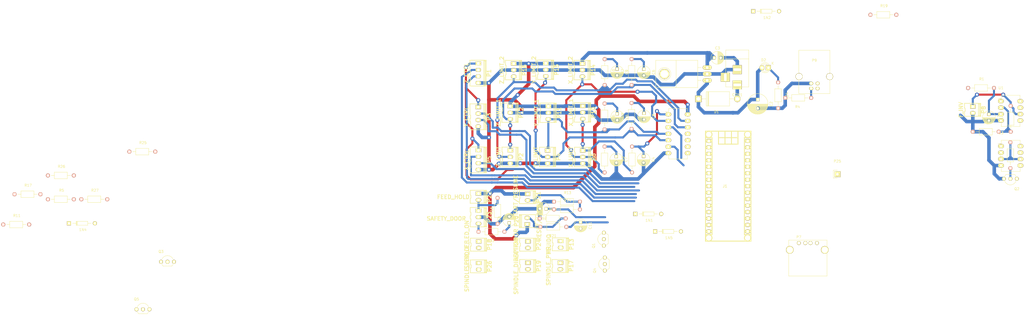
<source format=kicad_pcb>
(kicad_pcb (version 4) (host pcbnew 4.0.2-stable)
  (layers (0 F.Cu signal) (31 B.Cu signal) (34 B.Paste user) (35 F.Paste user) (36 B.SilkS user) (37 F.SilkS user) (38 B.Mask user) (39 F.Mask user) (44 Edge.Cuts user))
  (net 0 "")
  (net 1 "Net-(1N1-Pad2)")
  (net 2 +14V)
  (net 3 "Net-(1N2-Pad2)")
  (net 4 "Net-(1N4-Pad2)")
  (net 5 "Net-(1N5-Pad2)")
  (net 6 GND)
  (net 7 +5V)
  (net 8 /X_LIMIT_1)
  (net 9 /Y_LIMIT_1)
  (net 10 /Z_LIMIT_1)
  (net 11 /X_LIMIT_2)
  (net 12 /Y_LIMIT_2)
  (net 13 /Z_LIMIT_2)
  (net 14 /FEED_HOLD)
  (net 15 /RESET/ABORT)
  (net 16 /START/RESUME)
  (net 17 "Net-(CON1-Pad1)")
  (net 18 "Net-(D2-Pad1)")
  (net 19 "Net-(J1-Pad1)")
  (net 20 "Net-(J1-Pad2)")
  (net 21 /X_STEP)
  (net 22 /Y_STEP)
  (net 23 /Z_STEP)
  (net 24 /X_DIR)
  (net 25 /Y_DIR)
  (net 26 /Z_DIR)
  (net 27 /STEPPER_EN)
  (net 28 /X_LIMIT)
  (net 29 /Y_LIMIT)
  (net 30 /SPINDLE_PWM)
  (net 31 /Z_LIMIT)
  (net 32 /SPINDLE_DIR)
  (net 33 "Net-(J1-Pad17)")
  (net 34 "Net-(J1-Pad18)")
  (net 35 /COOLANT_EN)
  (net 36 "Net-(J1-Pad23)")
  (net 37 /PROBE)
  (net 38 "Net-(J1-Pad25)")
  (net 39 "Net-(J1-Pad26)")
  (net 40 "Net-(P7-Pad3)")
  (net 41 "Net-(P7-Pad2)")
  (net 42 "Net-(P7-Pad5)")
  (net 43 /V_CTRL)
  (net 44 "Net-(P9-Pad1)")
  (net 45 "Net-(P9-Pad5)")
  (net 46 "Net-(P18-Pad1)")
  (net 47 "Net-(P20-Pad2)")
  (net 48 "Net-(P21-Pad2)")
  (net 49 /SAFETY_IN)
  (net 50 "Net-(P23-Pad3)")
  (net 51 "Net-(P25-Pad1)")
  (net 52 "Net-(P26-Pad1)")
  (net 53 "Net-(P26-Pad2)")
  (net 54 "Net-(Q1-Pad2)")
  (net 55 "Net-(Q2-Pad2)")
  (net 56 "Net-(Q3-Pad2)")
  (net 57 "Net-(Q4-Pad2)")
  (net 58 "Net-(Q5-Pad1)")
  (net 59 "Net-(R18-Pad1)")
  (net 60 /SPINDLE_EN)
  (net 61 "Net-(U1-Pad1)")
  (net 62 "Net-(U1-Pad5)")
  (net 63 "Net-(U1-Pad8)")
  (net 64 "Net-(U3-Pad1)")
  (net 65 "Net-(U3-Pad2)")
  (net 66 "Net-(U3-Pad5)")
  (net 67 "Net-(U3-Pad8)")
  (module w_conn_kk100:kk100_22-23-2021 (layer F.Cu) (at 78.867 119.761 270)
    (fp_text reference P24 (at 0 -4.318 270) (layer F.SilkS) (effects (font (thickness 0.3048))))
    (fp_text value ASPIRADOR (at 0 4.572 270) (layer F.SilkS) (effects (font (thickness 0.3048))))
    (pad 1 thru_hole rect (at -1.27 -0.0762 270) (size 1.524 2.1971) (drill 1.016) (layers *.Cu *.Mask F.SilkS) (net 2 +14V))
    (pad 2 thru_hole oval (at 1.27 -0.0762 270) (size 1.524 2.1971) (drill 1.016) (layers *.Cu *.Mask F.SilkS) (net 3 "Net-(1N2-Pad2)"))
  )
  (module w_conn_misc:arduino_nano_header (layer F.Cu) (at 157.48 96.774 270)
    (fp_text reference J1 (at 0 1.27 360) (layer F.SilkS) (effects (font (size 1.016 1.016) (thickness 0.2032))))
    (fp_text value Arduino_Nano_Header hide)
    (pad 1 thru_hole oval (at -17.78 7.62 270) (size 1.524 2.19964) (drill 1.00076) (layers *.Cu *.Mask F.SilkS) (net 19 "Net-(J1-Pad1)"))
    (pad 2 thru_hole oval (at -15.24 7.62 270) (size 1.524 2.19964) (drill 1.00076) (layers *.Cu *.Mask F.SilkS) (net 20 "Net-(J1-Pad2)"))
    (pad 3 thru_hole oval (at -12.7 7.62 270) (size 1.524 2.19964) (drill 1.00076) (layers *.Cu *.Mask F.SilkS) (net 6 GND))
    (pad 4 thru_hole oval (at -10.16 7.62 270) (size 1.524 2.19964) (drill 1.00076) (layers *.Cu *.Mask F.SilkS) (net 6 GND))
    (pad 5 thru_hole oval (at -7.62 7.62 270) (size 1.524 2.19964) (drill 1.00076) (layers *.Cu *.Mask F.SilkS) (net 21 /X_STEP))
    (pad 6 thru_hole oval (at -5.08 7.62 270) (size 1.524 2.19964) (drill 1.00076) (layers *.Cu *.Mask F.SilkS) (net 22 /Y_STEP))
    (pad 7 thru_hole oval (at -2.54 7.62 270) (size 1.524 2.19964) (drill 1.00076) (layers *.Cu *.Mask F.SilkS) (net 23 /Z_STEP))
    (pad 8 thru_hole oval (at 0 7.62 270) (size 1.524 2.19964) (drill 1.00076) (layers *.Cu *.Mask F.SilkS) (net 24 /X_DIR))
    (pad 9 thru_hole oval (at 2.54 7.62 270) (size 1.524 2.19964) (drill 1.00076) (layers *.Cu *.Mask F.SilkS) (net 25 /Y_DIR))
    (pad 10 thru_hole oval (at 5.08 7.62 270) (size 1.524 2.19964) (drill 1.00076) (layers *.Cu *.Mask F.SilkS) (net 26 /Z_DIR))
    (pad 11 thru_hole oval (at 7.62 7.62 270) (size 1.524 2.19964) (drill 1.00076) (layers *.Cu *.Mask F.SilkS) (net 27 /STEPPER_EN))
    (pad 12 thru_hole oval (at 10.16 7.62 270) (size 1.524 2.19964) (drill 1.00076) (layers *.Cu *.Mask F.SilkS) (net 28 /X_LIMIT))
    (pad 13 thru_hole oval (at 12.7 7.62 270) (size 1.524 2.19964) (drill 1.00076) (layers *.Cu *.Mask F.SilkS) (net 29 /Y_LIMIT))
    (pad 14 thru_hole oval (at 15.24 7.62 270) (size 1.524 2.19964) (drill 1.00076) (layers *.Cu *.Mask F.SilkS) (net 30 /SPINDLE_PWM))
    (pad 15 thru_hole oval (at 17.78 7.62 270) (size 1.524 2.19964) (drill 1.00076) (layers *.Cu *.Mask F.SilkS) (net 31 /Z_LIMIT))
    (pad 16 thru_hole oval (at 17.78 -7.62 270) (size 1.524 2.19964) (drill 1.00076) (layers *.Cu *.Mask F.SilkS) (net 32 /SPINDLE_DIR))
    (pad 17 thru_hole oval (at 15.24 -7.62 270) (size 1.524 2.19964) (drill 1.00076) (layers *.Cu *.Mask F.SilkS) (net 33 "Net-(J1-Pad17)"))
    (pad 18 thru_hole oval (at 12.7 -7.62 270) (size 1.524 2.19964) (drill 1.00076) (layers *.Cu *.Mask F.SilkS) (net 34 "Net-(J1-Pad18)"))
    (pad 19 thru_hole oval (at 10.16 -7.62 270) (size 1.524 2.19964) (drill 1.00076) (layers *.Cu *.Mask F.SilkS) (net 15 /RESET/ABORT))
    (pad 20 thru_hole oval (at 7.62 -7.62 270) (size 1.524 2.1971) (drill 1.00076) (layers *.Cu *.Mask F.SilkS) (net 14 /FEED_HOLD))
    (pad 21 thru_hole oval (at 5.08 -7.62 270) (size 1.524 2.1971) (drill 1.00076) (layers *.Cu *.Mask F.SilkS) (net 16 /START/RESUME))
    (pad 22 thru_hole oval (at 2.54 -7.62 270) (size 1.524 2.1971) (drill 1.00076) (layers *.Cu *.Mask F.SilkS) (net 35 /COOLANT_EN))
    (pad 23 thru_hole oval (at 0 -7.62 270) (size 1.524 2.1971) (drill 1.00076) (layers *.Cu *.Mask F.SilkS) (net 36 "Net-(J1-Pad23)"))
    (pad 24 thru_hole oval (at -2.54 -7.62 270) (size 1.524 2.1971) (drill 0.99822) (layers *.Cu *.Mask F.SilkS) (net 37 /PROBE))
    (pad 25 thru_hole oval (at -5.08 -7.62 270) (size 1.524 2.1971) (drill 0.99822) (layers *.Cu *.Mask F.SilkS) (net 38 "Net-(J1-Pad25)"))
    (pad 26 thru_hole oval (at -7.62 -7.62 270) (size 1.524 2.1971) (drill 0.99822) (layers *.Cu *.Mask F.SilkS) (net 39 "Net-(J1-Pad26)"))
    (pad 27 thru_hole oval (at -10.16 -7.62 270) (size 1.524 2.1971) (drill 0.99822) (layers *.Cu *.Mask F.SilkS) (net 7 +5V))
    (pad 28 thru_hole oval (at -12.7 -7.62 270) (size 1.524 2.1971) (drill 0.99822) (layers *.Cu *.Mask F.SilkS) (net 6 GND))
    (pad 29 thru_hole oval (at -15.24 -7.62 270) (size 1.524 2.1971) (drill 0.99822) (layers *.Cu *.Mask F.SilkS) (net 6 GND))
    (pad 30 thru_hole oval (at -17.78 -7.62 270) (size 1.524 2.1971) (drill 0.99822) (layers *.Cu *.Mask F.SilkS) (net 7 +5V))
  )
  (module w_conn_kk100:kk100_22-23-2031 (layer F.Cu) (at 86.855 67.965 270)
    (fp_text reference P11 (at 0 -4.318 270) (layer F.SilkS) (effects (font (thickness 0.3048))))
    (fp_text value Y_LIMIT_1 (at 0 4.56946 270) (layer F.SilkS) (effects (font (thickness 0.3048))))
    (pad 3 thru_hole oval (at 2.54 -0.0762 270) (size 1.5 2.2) (drill 1) (layers *.Mask B.Cu F.SilkS) (net 9 /Y_LIMIT_1))
    (pad 1 thru_hole rect (at -2.54 -0.0762 270) (size 1.524 2.1971) (drill 1.016) (layers *.Cu *.Mask F.SilkS) (net 7 +5V))
    (pad 2 thru_hole oval (at 0 -0.0762 270) (size 1.5 2.2) (drill 1) (layers *.Mask B.Cu F.SilkS) (net 6 GND))
  )
  (module Diodes_ThroughHole:Diode_DO-35_SOD27_Horizontal_RM10 (layer F.Cu) (at 121.031 107.696)
    (fp_text reference 1N1 (at 5.43052 2.53746) (layer F.SilkS))
    (fp_text value 1N4001)
    (pad 2 thru_hole circle (at 10.16052 -0.00254 180) (size 1.6 1.6) (drill 0.8) (layers *.Mask B.Cu F.SilkS) (net 1 "Net-(1N1-Pad2)"))
    (pad 1 thru_hole rect (at 0.00052 -0.00254 180) (size 1.6 1.6) (drill 0.8) (layers *.Mask B.Cu F.SilkS) (net 2 +14V))
  )
  (module Diodes_ThroughHole:Diode_DO-35_SOD27_Horizontal_RM10 (layer F.Cu) (at 167.259 28.067)
    (fp_text reference 1N2 (at 5.43052 2.53746) (layer F.SilkS))
    (fp_text value 1N4001)
    (pad 2 thru_hole circle (at 10.16052 -0.00254 180) (size 1.6 1.6) (drill 0.8) (layers *.Mask B.Cu F.SilkS) (net 3 "Net-(1N2-Pad2)"))
    (pad 1 thru_hole rect (at 0.00052 -0.00254 180) (size 1.6 1.6) (drill 0.8) (layers *.Mask B.Cu F.SilkS) (net 2 +14V))
  )
  (module Diodes_ThroughHole:Diode_DO-35_SOD27_Horizontal_RM10 (layer F.Cu) (at -101.05589 111.35354)
    (fp_text reference 1N4 (at 5.43052 2.53746) (layer F.SilkS))
    (fp_text value 1N4001)
    (pad 2 thru_hole circle (at 10.16052 -0.00254 180) (size 1.6 1.6) (drill 0.8) (layers *.Mask B.Cu F.SilkS) (net 4 "Net-(1N4-Pad2)"))
    (pad 1 thru_hole rect (at 0.00052 -0.00254 180) (size 1.6 1.6) (drill 0.8) (layers *.Mask B.Cu F.SilkS) (net 2 +14V))
  )
  (module Diodes_ThroughHole:Diode_DO-35_SOD27_Horizontal_RM10 (layer F.Cu) (at 128.778 114.554)
    (fp_text reference 1N5 (at 5.43052 2.53746) (layer F.SilkS))
    (fp_text value 1N4001)
    (pad 2 thru_hole circle (at 10.16052 -0.00254 180) (size 1.6 1.6) (drill 0.8) (layers *.Mask B.Cu F.SilkS) (net 5 "Net-(1N5-Pad2)"))
    (pad 1 thru_hole rect (at 0.00052 -0.00254 180) (size 1.6 1.6) (drill 0.8) (layers *.Mask B.Cu F.SilkS) (net 2 +14V))
  )
  (module Capacitors_ThroughHole:C_Radial_D5_L6_P2.5 (layer F.Cu) (at 259.715 68.5292 270)
    (fp_text reference C1 (at 1.25 -3.8 270) (layer F.SilkS))
    (fp_text value 470nF)
    (pad 1 thru_hole rect (at 0 0 270) (size 1.3 1.3) (drill 0.8) (layers *.Cu *.Mask F.SilkS) (net 30 /SPINDLE_PWM))
    (pad 2 thru_hole circle (at 2.5 0 270) (size 1.3 1.3) (drill 0.8) (layers *.Cu *.Mask F.SilkS) (net 6 GND))
  )
  (module Capacitors_ThroughHole:C_Radial_D5_L6_P2.5 (layer F.Cu) (at 152.019 46.355)
    (fp_text reference C3 (at 1.25 -3.8) (layer F.SilkS))
    (fp_text value 10u)
    (pad 1 thru_hole rect (at 0 0) (size 1.3 1.3) (drill 0.8) (layers *.Cu *.Mask F.SilkS) (net 7 +5V))
    (pad 2 thru_hole circle (at 2.5 0) (size 1.3 1.3) (drill 0.8) (layers *.Cu *.Mask F.SilkS) (net 6 GND))
  )
  (module Capacitors_ThroughHole:C_Radial_D5_L6_P2.5 (layer F.Cu) (at 124.27712 85.04936 270)
    (fp_text reference C4 (at 1.25 -3.8 270) (layer F.SilkS))
    (fp_text value 1uF)
    (pad 1 thru_hole rect (at 0 0 270) (size 1.3 1.3) (drill 0.8) (layers *.Cu *.Mask F.SilkS) (net 8 /X_LIMIT_1))
    (pad 2 thru_hole circle (at 2.5 0 270) (size 1.3 1.3) (drill 0.8) (layers *.Cu *.Mask F.SilkS) (net 6 GND))
  )
  (module Capacitors_ThroughHole:C_Radial_D5_L6_P2.5 (layer F.Cu) (at 113.93932 68.34124 270)
    (fp_text reference C5 (at 1.25 -3.8 270) (layer F.SilkS))
    (fp_text value 1uF)
    (pad 1 thru_hole rect (at 0 0 270) (size 1.3 1.3) (drill 0.8) (layers *.Cu *.Mask F.SilkS) (net 9 /Y_LIMIT_1))
    (pad 2 thru_hole circle (at 2.5 0 270) (size 1.3 1.3) (drill 0.8) (layers *.Cu *.Mask F.SilkS) (net 6 GND))
  )
  (module Capacitors_ThroughHole:C_Radial_D5_L6_P2.5 (layer F.Cu) (at 124.38888 50.79492 270)
    (fp_text reference C6 (at 1.25 -3.8 270) (layer F.SilkS))
    (fp_text value 1uF)
    (pad 1 thru_hole rect (at 0 0 270) (size 1.3 1.3) (drill 0.8) (layers *.Cu *.Mask F.SilkS) (net 10 /Z_LIMIT_1))
    (pad 2 thru_hole circle (at 2.5 0 270) (size 1.3 1.3) (drill 0.8) (layers *.Cu *.Mask F.SilkS) (net 6 GND))
  )
  (module Capacitors_ThroughHole:C_Radial_D5_L6_P2.5 (layer F.Cu) (at 113.60404 85.10524 270)
    (fp_text reference C7 (at 1.25 -3.8 270) (layer F.SilkS))
    (fp_text value 1uF)
    (pad 1 thru_hole rect (at 0 0 270) (size 1.3 1.3) (drill 0.8) (layers *.Cu *.Mask F.SilkS) (net 11 /X_LIMIT_2))
    (pad 2 thru_hole circle (at 2.5 0 270) (size 1.3 1.3) (drill 0.8) (layers *.Cu *.Mask F.SilkS) (net 6 GND))
  )
  (module Capacitors_ThroughHole:C_Radial_D5_L6_P2.5 (layer F.Cu) (at 124.44476 68.11772 270)
    (fp_text reference C8 (at 1.25 -3.8 270) (layer F.SilkS))
    (fp_text value 1uF)
    (pad 1 thru_hole rect (at 0 0 270) (size 1.3 1.3) (drill 0.8) (layers *.Cu *.Mask F.SilkS) (net 12 /Y_LIMIT_2))
    (pad 2 thru_hole circle (at 2.5 0 270) (size 1.3 1.3) (drill 0.8) (layers *.Cu *.Mask F.SilkS) (net 6 GND))
  )
  (module Capacitors_ThroughHole:C_Radial_D5_L6_P2.5 (layer F.Cu) (at 113.88344 50.73904 270)
    (fp_text reference C9 (at 1.25 -3.8 270) (layer F.SilkS))
    (fp_text value 1uF)
    (pad 1 thru_hole rect (at 0 0 270) (size 1.3 1.3) (drill 0.8) (layers *.Cu *.Mask F.SilkS) (net 13 /Z_LIMIT_2))
    (pad 2 thru_hole circle (at 2.5 0 270) (size 1.3 1.3) (drill 0.8) (layers *.Cu *.Mask F.SilkS) (net 6 GND))
  )
  (module Capacitors_ThroughHole:C_Radial_D5_L6_P2.5 (layer F.Cu) (at 71.628 111.252 90)
    (fp_text reference C10 (at 1.25 -3.8 90) (layer F.SilkS))
    (fp_text value 1uF)
    (pad 1 thru_hole rect (at 0 0 90) (size 1.3 1.3) (drill 0.8) (layers *.Cu *.Mask F.SilkS) (net 14 /FEED_HOLD))
    (pad 2 thru_hole circle (at 2.5 0 90) (size 1.3 1.3) (drill 0.8) (layers *.Cu *.Mask F.SilkS) (net 6 GND))
  )
  (module Capacitors_ThroughHole:C_Radial_D5_L6_P2.5 (layer F.Cu) (at 99.568 110.998 270)
    (fp_text reference C11 (at 1.25 -3.8 270) (layer F.SilkS))
    (fp_text value 1uF)
    (pad 1 thru_hole rect (at 0 0 270) (size 1.3 1.3) (drill 0.8) (layers *.Cu *.Mask F.SilkS) (net 15 /RESET/ABORT))
    (pad 2 thru_hole circle (at 2.5 0 270) (size 1.3 1.3) (drill 0.8) (layers *.Cu *.Mask F.SilkS) (net 6 GND))
  )
  (module Capacitors_ThroughHole:C_Radial_D5_L6_P2.5 (layer F.Cu) (at 86.106 105.664 180)
    (fp_text reference C12 (at 1.25 -3.8 180) (layer F.SilkS))
    (fp_text value 1uF)
    (pad 1 thru_hole rect (at 0 0 180) (size 1.3 1.3) (drill 0.8) (layers *.Cu *.Mask F.SilkS) (net 16 /START/RESUME))
    (pad 2 thru_hole circle (at 2.5 0 180) (size 1.3 1.3) (drill 0.8) (layers *.Cu *.Mask F.SilkS) (net 6 GND))
  )
  (module Connect:BARREL_JACK (layer F.Cu) (at 161.036 50.8 270)
    (fp_text reference CON1 (at 10.09904 0 360) (layer F.SilkS))
    (fp_text value POWER_IN)
    (pad 1 thru_hole rect (at 6.20014 0 270) (size 3.50012 3.50012) (drill oval 1.00076 2.99974) (layers *.Cu *.Mask F.SilkS) (net 17 "Net-(CON1-Pad1)"))
    (pad 2 thru_hole rect (at 0.20066 0 270) (size 3.50012 3.50012) (drill oval 1.00076 2.99974) (layers *.Cu *.Mask F.SilkS) (net 6 GND))
    (pad 3 thru_hole rect (at 3.2004 4.699 270) (size 3.50012 3.50012) (drill oval 2.99974 1.00076) (layers *.Cu *.Mask F.SilkS) (net 6 GND))
  )
  (module Diodes_ThroughHole:Diode_DO-201AD_Horizontal_RM15 (layer F.Cu) (at 145.796 62.484)
    (fp_text reference D1 (at 7.06722 5.07704) (layer F.SilkS))
    (fp_text value 1N5401)
    (pad 2 thru_hole circle (at 15.24122 -0.00296 180) (size 2.54 2.54) (drill 1.50114) (layers *.Cu *.Mask F.SilkS) (net 17 "Net-(CON1-Pad1)"))
    (pad 1 thru_hole rect (at 0.00122 -0.00296 180) (size 2.54 2.54) (drill 1.50114) (layers *.Cu *.Mask F.SilkS) (net 2 +14V))
  )
  (module LEDs:LED-3MM (layer F.Cu) (at 173.228 50.292 180)
    (fp_text reference D2 (at 1.91 3.06 180) (layer F.SilkS))
    (fp_text value LED_PWR)
    (fp_text user K (at -1.69 1.74 180) (layer F.SilkS))
    (pad 1 thru_hole rect (at 0 0 270) (size 2 2) (drill 1.00076) (layers *.Cu *.Mask F.SilkS) (net 18 "Net-(D2-Pad1)"))
    (pad 2 thru_hole circle (at 2.54 0 180) (size 2 2) (drill 1.00076) (layers *.Cu *.Mask F.SilkS) (net 2 +14V))
  )
  (module w_conn_kk100:kk100_22-23-2041 (layer F.Cu) (at 59.3725 52.3875 270)
    (fp_text reference P1 (at 0 -4.318 270) (layer F.SilkS) (effects (font (thickness 0.3048))))
    (fp_text value Z_CTRL (at 0 4.56946 270) (layer F.SilkS) (effects (font (thickness 0.3048))))
    (pad 4 thru_hole oval (at 3.81 -0.0762 270) (size 1.524 2.1971) (drill 1.016) (layers *.Cu *.Mask F.SilkS) (net 6 GND))
    (pad 3 thru_hole oval (at 1.27 -0.0762 270) (size 1.524 2.1971) (drill 1.016) (layers *.Cu *.Mask F.SilkS) (net 23 /Z_STEP))
    (pad 1 thru_hole rect (at -3.81 -0.0762 270) (size 1.524 2.1971) (drill 1.016) (layers *.Cu *.Mask F.SilkS) (net 27 /STEPPER_EN))
    (pad 2 thru_hole oval (at -1.27 -0.0762 270) (size 1.524 2.1971) (drill 1.016) (layers *.Cu *.Mask F.SilkS) (net 26 /Z_DIR))
  )
  (module w_conn_kk100:kk100_22-23-2031 (layer F.Cu) (at 71.9328 85.2678 270)
    (fp_text reference P2 (at 0 -4.318 270) (layer F.SilkS) (effects (font (thickness 0.3048))))
    (fp_text value Z_LIMIT (at 0 4.56946 270) (layer F.SilkS) (effects (font (thickness 0.3048))))
    (pad 3 thru_hole oval (at 2.54 -0.0762 270) (size 1.5 2.2) (drill 1) (layers *.Mask B.Cu F.SilkS) (net 6 GND))
    (pad 1 thru_hole rect (at -2.54 -0.0762 270) (size 1.524 2.1971) (drill 1.016) (layers *.Cu *.Mask F.SilkS) (net 10 /Z_LIMIT_1))
    (pad 2 thru_hole oval (at 0 -0.0762 270) (size 1.5 2.2) (drill 1) (layers *.Mask B.Cu F.SilkS) (net 13 /Z_LIMIT_2))
  )
  (module w_conn_kk100:kk100_22-23-2041 (layer F.Cu) (at 59.3725 69.5325 270)
    (fp_text reference P3 (at 0 -4.318 270) (layer F.SilkS) (effects (font (thickness 0.3048))))
    (fp_text value Y_CTRL (at 0 4.56946 270) (layer F.SilkS) (effects (font (thickness 0.3048))))
    (pad 4 thru_hole oval (at 3.81 -0.0762 270) (size 1.524 2.1971) (drill 1.016) (layers *.Cu *.Mask F.SilkS) (net 6 GND))
    (pad 3 thru_hole oval (at 1.27 -0.0762 270) (size 1.524 2.1971) (drill 1.016) (layers *.Cu *.Mask F.SilkS) (net 22 /Y_STEP))
    (pad 1 thru_hole rect (at -3.81 -0.0762 270) (size 1.524 2.1971) (drill 1.016) (layers *.Cu *.Mask F.SilkS) (net 27 /STEPPER_EN))
    (pad 2 thru_hole oval (at -1.27 -0.0762 270) (size 1.524 2.1971) (drill 1.016) (layers *.Cu *.Mask F.SilkS) (net 25 /Y_DIR))
  )
  (module w_conn_kk100:kk100_22-23-2031 (layer F.Cu) (at 86.605 85.315 270)
    (fp_text reference P4 (at 0 -4.318 270) (layer F.SilkS) (effects (font (thickness 0.3048))))
    (fp_text value Y_LIMIT (at 0 4.56946 270) (layer F.SilkS) (effects (font (thickness 0.3048))))
    (pad 3 thru_hole oval (at 2.54 -0.0762 270) (size 1.5 2.2) (drill 1) (layers *.Mask B.Cu F.SilkS) (net 6 GND))
    (pad 1 thru_hole rect (at -2.54 -0.0762 270) (size 1.524 2.1971) (drill 1.016) (layers *.Cu *.Mask F.SilkS) (net 9 /Y_LIMIT_1))
    (pad 2 thru_hole oval (at 0 -0.0762 270) (size 1.5 2.2) (drill 1) (layers *.Mask B.Cu F.SilkS) (net 12 /Y_LIMIT_2))
  )
  (module w_conn_kk100:kk100_22-23-2041 (layer F.Cu) (at 59.436 86.487 270)
    (fp_text reference P5 (at 0 -4.318 270) (layer F.SilkS) (effects (font (thickness 0.3048))))
    (fp_text value X_CTRL (at 0 4.56946 270) (layer F.SilkS) (effects (font (thickness 0.3048))))
    (pad 4 thru_hole oval (at 3.81 -0.0762 270) (size 1.524 2.1971) (drill 1.016) (layers *.Cu *.Mask F.SilkS) (net 6 GND))
    (pad 3 thru_hole oval (at 1.27 -0.0762 270) (size 1.524 2.1971) (drill 1.016) (layers *.Cu *.Mask F.SilkS) (net 21 /X_STEP))
    (pad 1 thru_hole rect (at -3.81 -0.0762 270) (size 1.524 2.1971) (drill 1.016) (layers *.Cu *.Mask F.SilkS) (net 27 /STEPPER_EN))
    (pad 2 thru_hole oval (at -1.27 -0.0762 270) (size 1.524 2.1971) (drill 1.016) (layers *.Cu *.Mask F.SilkS) (net 24 /X_DIR))
  )
  (module w_conn_kk100:kk100_22-23-2031 (layer F.Cu) (at 100.355 85.315 270)
    (fp_text reference P6 (at 0 -4.318 270) (layer F.SilkS) (effects (font (thickness 0.3048))))
    (fp_text value X_LIMIT (at 0 4.56946 270) (layer F.SilkS) (effects (font (thickness 0.3048))))
    (pad 3 thru_hole oval (at 2.54 -0.0762 270) (size 1.5 2.2) (drill 1) (layers *.Mask B.Cu F.SilkS) (net 6 GND))
    (pad 1 thru_hole rect (at -2.54 -0.0762 270) (size 1.524 2.1971) (drill 1.016) (layers *.Cu *.Mask F.SilkS) (net 8 /X_LIMIT_1))
    (pad 2 thru_hole oval (at 0 -0.0762 270) (size 1.5 2.2) (drill 1) (layers *.Mask B.Cu F.SilkS) (net 11 /X_LIMIT_2))
  )
  (module Connect:USB_A (layer F.Cu) (at 185.166 119.126)
    (fp_text reference P7 (at 0 -2.35) (layer F.SilkS))
    (fp_text value USB_TO_ARDUINO)
    (pad 4 thru_hole circle (at 7.11286 -0.00212 270) (size 1.50114 1.50114) (drill 1.00076) (layers *.Cu *.Mask F.SilkS) (net 6 GND))
    (pad 3 thru_hole circle (at 4.57286 -0.00212 270) (size 1.50114 1.50114) (drill 1.00076) (layers *.Cu *.Mask F.SilkS) (net 40 "Net-(P7-Pad3)"))
    (pad 2 thru_hole circle (at 2.54086 -0.00212 270) (size 1.50114 1.50114) (drill 1.00076) (layers *.Cu *.Mask F.SilkS) (net 41 "Net-(P7-Pad2)"))
    (pad 1 thru_hole circle (at 0.00086 -0.00212 270) (size 1.50114 1.50114) (drill 1.00076) (layers *.Cu *.Mask F.SilkS) (net 7 +5V))
    (pad 5 thru_hole circle (at 10.16086 2.66488 270) (size 2.99974 2.99974) (drill 2.30124) (layers *.Cu *.Mask F.SilkS) (net 42 "Net-(P7-Pad5)"))
    (pad 5 thru_hole circle (at -3.55514 2.66488 270) (size 2.99974 2.99974) (drill 2.30124) (layers *.Cu *.Mask F.SilkS) (net 42 "Net-(P7-Pad5)"))
  )
  (module w_conn_kk100:kk100_22-23-2021 (layer F.Cu) (at 253.3142 66.802 270)
    (fp_text reference P8 (at 0 -4.318 270) (layer F.SilkS) (effects (font (thickness 0.3048))))
    (fp_text value F_INV (at 0 4.572 270) (layer F.SilkS) (effects (font (thickness 0.3048))))
    (pad 1 thru_hole rect (at -1.27 -0.0762 270) (size 1.524 2.1971) (drill 1.016) (layers *.Cu *.Mask F.SilkS) (net 43 /V_CTRL))
    (pad 2 thru_hole oval (at 1.27 -0.0762 270) (size 1.524 2.1971) (drill 1.016) (layers *.Cu *.Mask F.SilkS) (net 6 GND))
  )
  (module Connect:USB_B (layer F.Cu) (at 189.992 58.42 90)
    (fp_text reference P9 (at 11.049 1.27 180) (layer F.SilkS))
    (fp_text value USB_SHIELD_INPUT)
    (pad 2 thru_hole oval (at 0 2.54) (size 1.6 1.3) (drill 0.8128) (layers *.Mask B.Cu F.SilkS) (net 41 "Net-(P7-Pad2)"))
    (pad 1 thru_hole oval (at 0 0) (size 1.6 1.3) (drill 0.8128) (layers *.Mask B.Cu F.SilkS) (net 44 "Net-(P9-Pad1)"))
    (pad 4 thru_hole oval (at 1.99898 0) (size 1.6 1.3) (drill 0.8128) (layers *.Mask B.Cu F.SilkS) (net 6 GND))
    (pad 3 thru_hole oval (at 1.99898 2.54) (size 1.6 1.3) (drill 0.8128) (layers *.Mask B.Cu F.SilkS) (net 40 "Net-(P7-Pad3)"))
    (pad 5 thru_hole circle (at 4.699 7.26948) (size 2.70002 2.70002) (drill 2.30124) (layers *.Cu *.Mask F.SilkS) (net 45 "Net-(P9-Pad5)"))
    (pad 5 thru_hole circle (at 4.699 -4.72948) (size 2.70002 2.70002) (drill 2.30124) (layers *.Cu *.Mask F.SilkS) (net 45 "Net-(P9-Pad5)"))
  )
  (module w_conn_kk100:kk100_22-23-2031 (layer F.Cu) (at 100.355 67.815 270)
    (fp_text reference P10 (at 0 -4.318 450) (layer F.SilkS) (effects (font (thickness 0.3048))))
    (fp_text value X_LIMIT_1 (at 0 4.56946 270) (layer F.SilkS) (effects (font (thickness 0.3048))))
    (pad 3 thru_hole oval (at 2.54 -0.0762 270) (size 1.5 2.2) (drill 1) (layers *.Mask B.Cu F.SilkS) (net 8 /X_LIMIT_1))
    (pad 1 thru_hole rect (at -2.54 -0.0762 270) (size 1.524 2.1971) (drill 1.016) (layers *.Cu *.Mask F.SilkS) (net 7 +5V))
    (pad 2 thru_hole oval (at 0 -0.0762 270) (size 1.5 2.2) (drill 1) (layers *.Mask B.Cu F.SilkS) (net 6 GND))
  )
  (module w_conn_kk100:kk100_22-23-2031 (layer F.Cu) (at 71.92264 67.9196 270)
    (fp_text reference P12 (at 0 -4.318 270) (layer F.SilkS) (effects (font (thickness 0.3048))))
    (fp_text value Z_LIMIT_1 (at 0 4.56946 270) (layer F.SilkS) (effects (font (thickness 0.3048))))
    (pad 3 thru_hole oval (at 2.54 -0.0762 270) (size 1.5 2.2) (drill 1) (layers *.Mask B.Cu F.SilkS) (net 10 /Z_LIMIT_1))
    (pad 1 thru_hole rect (at -2.54 -0.0762 270) (size 1.524 2.1971) (drill 1.016) (layers *.Cu *.Mask F.SilkS) (net 7 +5V))
    (pad 2 thru_hole oval (at 0 -0.0762 270) (size 1.5 2.2) (drill 1) (layers *.Mask B.Cu F.SilkS) (net 6 GND))
  )
  (module w_conn_kk100:kk100_22-23-2021 (layer F.Cu) (at 91.694 119.634 270)
    (fp_text reference P13 (at 0 -4.318 270) (layer F.SilkS) (effects (font (thickness 0.3048))))
    (fp_text value FLUIDO (at 0 4.572 270) (layer F.SilkS) (effects (font (thickness 0.3048))))
    (pad 1 thru_hole rect (at -1.27 -0.0762 270) (size 1.524 2.1971) (drill 1.016) (layers *.Cu *.Mask F.SilkS) (net 2 +14V))
    (pad 2 thru_hole oval (at 1.27 -0.0762 270) (size 1.524 2.1971) (drill 1.016) (layers *.Cu *.Mask F.SilkS) (net 1 "Net-(1N1-Pad2)"))
  )
  (module w_conn_kk100:kk100_22-23-2031 (layer F.Cu) (at 100.203 51.181 270)
    (fp_text reference P14 (at 0 -4.318 270) (layer F.SilkS) (effects (font (thickness 0.3048))))
    (fp_text value X_LIMIT_2 (at 0 4.56946 270) (layer F.SilkS) (effects (font (thickness 0.3048))))
    (pad 3 thru_hole oval (at 2.54 -0.0762 270) (size 1.5 2.2) (drill 1) (layers *.Mask B.Cu F.SilkS) (net 11 /X_LIMIT_2))
    (pad 1 thru_hole rect (at -2.54 -0.0762 270) (size 1.524 2.1971) (drill 1.016) (layers *.Cu *.Mask F.SilkS) (net 7 +5V))
    (pad 2 thru_hole oval (at 0 -0.0762 270) (size 1.5 2.2) (drill 1) (layers *.Mask B.Cu F.SilkS) (net 6 GND))
  )
  (module w_conn_kk100:kk100_22-23-2031 (layer F.Cu) (at 85.855 51.065 270)
    (fp_text reference P15 (at 0 -4.318 270) (layer F.SilkS) (effects (font (thickness 0.3048))))
    (fp_text value Y_LIMIT_2 (at 0 4.56946 270) (layer F.SilkS) (effects (font (thickness 0.3048))))
    (pad 3 thru_hole oval (at 2.54 -0.0762 270) (size 1.5 2.2) (drill 1) (layers *.Mask B.Cu F.SilkS) (net 12 /Y_LIMIT_2))
    (pad 1 thru_hole rect (at -2.54 -0.0762 270) (size 1.524 2.1971) (drill 1.016) (layers *.Cu *.Mask F.SilkS) (net 7 +5V))
    (pad 2 thru_hole oval (at 0 -0.0762 270) (size 1.5 2.2) (drill 1) (layers *.Mask B.Cu F.SilkS) (net 6 GND))
  )
  (module w_conn_kk100:kk100_22-23-2031 (layer F.Cu) (at 73.279 51.181 270)
    (fp_text reference P16 (at 0 -4.318 270) (layer F.SilkS) (effects (font (thickness 0.3048))))
    (fp_text value Z_LIMIT_2 (at 0 4.56946 270) (layer F.SilkS) (effects (font (thickness 0.3048))))
    (pad 3 thru_hole oval (at 2.54 -0.0762 270) (size 1.5 2.2) (drill 1) (layers *.Mask B.Cu F.SilkS) (net 13 /Z_LIMIT_2))
    (pad 1 thru_hole rect (at -2.54 -0.0762 270) (size 1.524 2.1971) (drill 1.016) (layers *.Cu *.Mask F.SilkS) (net 7 +5V))
    (pad 2 thru_hole oval (at 0 -0.0762 270) (size 1.5 2.2) (drill 1) (layers *.Mask B.Cu F.SilkS) (net 6 GND))
  )
  (module w_conn_kk100:kk100_22-23-2021 (layer F.Cu) (at 91.567 128.143 270)
    (fp_text reference P17 (at 0 -4.318 270) (layer F.SilkS) (effects (font (thickness 0.3048))))
    (fp_text value SPINDLE_PWR (at 0 4.572 270) (layer F.SilkS) (effects (font (thickness 0.3048))))
    (pad 1 thru_hole rect (at -1.27 -0.0762 270) (size 1.524 2.1971) (drill 1.016) (layers *.Cu *.Mask F.SilkS) (net 2 +14V))
    (pad 2 thru_hole oval (at 1.27 -0.0762 270) (size 1.524 2.1971) (drill 1.016) (layers *.Cu *.Mask F.SilkS) (net 5 "Net-(1N5-Pad2)"))
  )
  (module w_conn_kk100:kk100_22-23-2021 (layer F.Cu) (at 59.563 119.761 270)
    (fp_text reference P18 (at 0 -4.318 270) (layer F.SilkS) (effects (font (thickness 0.3048))))
    (fp_text value SPINDLE_LED_ON (at 0 4.572 270) (layer F.SilkS) (effects (font (thickness 0.3048))))
    (pad 1 thru_hole rect (at -1.27 -0.0762 270) (size 1.524 2.1971) (drill 1.016) (layers *.Cu *.Mask F.SilkS) (net 46 "Net-(P18-Pad1)"))
    (pad 2 thru_hole oval (at 1.27 -0.0762 270) (size 1.524 2.1971) (drill 1.016) (layers *.Cu *.Mask F.SilkS) (net 6 GND))
  )
  (module w_conn_kk100:kk100_22-23-2021 (layer F.Cu) (at 78.867 128.143 270)
    (fp_text reference P19 (at 0 -4.318 270) (layer F.SilkS) (effects (font (thickness 0.3048))))
    (fp_text value SPINDLE_DIRECTION (at 0 4.572 270) (layer F.SilkS) (effects (font (thickness 0.3048))))
    (pad 1 thru_hole rect (at -1.27 -0.0762 270) (size 1.524 2.1971) (drill 1.016) (layers *.Cu *.Mask F.SilkS) (net 2 +14V))
    (pad 2 thru_hole oval (at 1.27 -0.0762 270) (size 1.524 2.1971) (drill 1.016) (layers *.Cu *.Mask F.SilkS) (net 4 "Net-(1N4-Pad2)"))
  )
  (module w_conn_kk100:kk100_22-23-2021 (layer F.Cu) (at 78.74 110.49 90)
    (fp_text reference P20 (at 0 -4.318 90) (layer F.SilkS) (effects (font (thickness 0.3048))))
    (fp_text value RESET/ABORT (at 0 4.572 90) (layer F.SilkS) (effects (font (thickness 0.3048))))
    (pad 1 thru_hole rect (at -1.27 -0.0762 90) (size 1.524 2.1971) (drill 1.016) (layers *.Cu *.Mask F.SilkS) (net 7 +5V))
    (pad 2 thru_hole oval (at 1.27 -0.0762 90) (size 1.524 2.1971) (drill 1.016) (layers *.Cu *.Mask F.SilkS) (net 47 "Net-(P20-Pad2)"))
  )
  (module w_conn_kk100:kk100_22-23-2021 (layer F.Cu) (at 78.74 101.092 270)
    (fp_text reference P21 (at 0 -4.318 270) (layer F.SilkS) (effects (font (thickness 0.3048))))
    (fp_text value START/RESUME (at 0 4.572 270) (layer F.SilkS) (effects (font (thickness 0.3048))))
    (pad 1 thru_hole rect (at -1.27 -0.0762 270) (size 1.524 2.1971) (drill 1.016) (layers *.Cu *.Mask F.SilkS) (net 7 +5V))
    (pad 2 thru_hole oval (at 1.27 -0.0762 270) (size 1.524 2.1971) (drill 1.016) (layers *.Cu *.Mask F.SilkS) (net 48 "Net-(P21-Pad2)"))
  )
  (module w_conn_kk100:kk100_22-23-2021 (layer F.Cu) (at 59.46902 100.95326 270)
    (fp_text reference P22 (at 0 -4.318 270) (layer F.SilkS) (effects (font (thickness 0.3048))))
    (fp_text value FEED_HOLD (at 0.07524 9.80694 360) (layer F.SilkS) (effects (font (thickness 0.3048))))
    (pad 1 thru_hole rect (at -1.27 -0.0762 270) (size 1.524 2.1971) (drill 1.016) (layers *.Cu *.Mask F.SilkS) (net 7 +5V))
    (pad 2 thru_hole oval (at 1.27 -0.0762 270) (size 1.524 2.1971) (drill 1.016) (layers *.Cu *.Mask F.SilkS) (net 49 /SAFETY_IN))
  )
  (module w_conn_kk100:kk100_22-23-2031 (layer F.Cu) (at 59.47064 108.95326 270)
    (fp_text reference P23 (at 0 -4.318 270) (layer F.SilkS) (effects (font (thickness 0.3048))))
    (fp_text value SAFETY_DOOR (at 0.569 12.54668 360) (layer F.SilkS) (effects (font (thickness 0.3048))))
    (pad 3 thru_hole oval (at 2.54 -0.0762 270) (size 1.5 2.2) (drill 1) (layers *.Mask B.Cu F.SilkS) (net 50 "Net-(P23-Pad3)"))
    (pad 1 thru_hole rect (at -2.54 -0.0762 270) (size 1.524 2.1971) (drill 1.016) (layers *.Cu *.Mask F.SilkS) (net 49 /SAFETY_IN))
    (pad 2 thru_hole oval (at 0 -0.0762 270) (size 1.5 2.2) (drill 1) (layers *.Mask B.Cu F.SilkS) (net 6 GND))
  )
  (module Socket_Strips:Socket_Strip_Straight_1x01 (layer F.Cu) (at 200.279 92.075)
    (fp_text reference P25 (at 0 -5.1) (layer F.SilkS))
    (fp_text value earth)
    (pad 1 thru_hole rect (at 0 0) (size 2.2352 2.2352) (drill 1.016) (layers *.Cu *.Mask F.SilkS) (net 51 "Net-(P25-Pad1)"))
  )
  (module w_conn_kk100:kk100_22-23-2021 (layer F.Cu) (at 59.563 128.27 270)
    (fp_text reference P26 (at 0 -4.318 270) (layer F.SilkS) (effects (font (thickness 0.3048))))
    (fp_text value SPINDLE_LED_OFF (at 0 4.572 270) (layer F.SilkS) (effects (font (thickness 0.3048))))
    (pad 1 thru_hole rect (at -1.27 -0.0762 270) (size 1.524 2.1971) (drill 1.016) (layers *.Cu *.Mask F.SilkS) (net 52 "Net-(P26-Pad1)"))
    (pad 2 thru_hole oval (at 1.27 -0.0762 270) (size 1.524 2.1971) (drill 1.016) (layers *.Cu *.Mask F.SilkS) (net 53 "Net-(P26-Pad2)"))
  )
  (module TO_SOT_Packages_THT:TO-92_Inline_Wide (layer F.Cu) (at 108.712 120.142 90)
    (fp_text reference Q1 (at 0 -4 270) (layer F.SilkS))
    (fp_text value BC546)
    (pad 2 thru_hole circle (at 2.54 0 180) (size 1.524 1.524) (drill 0.8) (layers *.Cu *.Mask F.SilkS) (net 54 "Net-(Q1-Pad2)"))
    (pad 3 thru_hole circle (at 5.08 0 180) (size 1.524 1.524) (drill 0.8) (layers *.Cu *.Mask F.SilkS) (net 6 GND))
    (pad 1 thru_hole circle (at 0 0 180) (size 1.524 1.524) (drill 0.8) (layers *.Cu *.Mask F.SilkS) (net 1 "Net-(1N1-Pad2)"))
  )
  (module TO_SOT_Packages_THT:TO-92_Inline_Wide (layer F.Cu) (at 270.66748 93.86824 180)
    (fp_text reference Q2 (at 0 -4 360) (layer F.SilkS))
    (fp_text value BC546)
    (pad 2 thru_hole circle (at 2.54 0 270) (size 1.524 1.524) (drill 0.8) (layers *.Cu *.Mask F.SilkS) (net 55 "Net-(Q2-Pad2)"))
    (pad 3 thru_hole circle (at 5.08 0 270) (size 1.524 1.524) (drill 0.8) (layers *.Cu *.Mask F.SilkS) (net 6 GND))
    (pad 1 thru_hole circle (at 0 0 270) (size 1.524 1.524) (drill 0.8) (layers *.Cu *.Mask F.SilkS) (net 5 "Net-(1N5-Pad2)"))
  )
  (module TO_SOT_Packages_THT:TO-92_Inline_Wide (layer F.Cu) (at -64.956429 126.465)
    (fp_text reference Q3 (at 0 -4 180) (layer F.SilkS))
    (fp_text value BC546)
    (pad 2 thru_hole circle (at 2.54 0 90) (size 1.524 1.524) (drill 0.8) (layers *.Cu *.Mask F.SilkS) (net 56 "Net-(Q3-Pad2)"))
    (pad 3 thru_hole circle (at 5.08 0 90) (size 1.524 1.524) (drill 0.8) (layers *.Cu *.Mask F.SilkS) (net 6 GND))
    (pad 1 thru_hole circle (at 0 0 90) (size 1.524 1.524) (drill 0.8) (layers *.Cu *.Mask F.SilkS) (net 4 "Net-(1N4-Pad2)"))
  )
  (module TO_SOT_Packages_THT:TO-92_Inline_Wide (layer F.Cu) (at 109.093 129.921 90)
    (fp_text reference Q4 (at 0 -4 270) (layer F.SilkS))
    (fp_text value BC546)
    (pad 2 thru_hole circle (at 2.54 0 180) (size 1.524 1.524) (drill 0.8) (layers *.Cu *.Mask F.SilkS) (net 57 "Net-(Q4-Pad2)"))
    (pad 3 thru_hole circle (at 5.08 0 180) (size 1.524 1.524) (drill 0.8) (layers *.Cu *.Mask F.SilkS) (net 6 GND))
    (pad 1 thru_hole circle (at 0 0 180) (size 1.524 1.524) (drill 0.8) (layers *.Cu *.Mask F.SilkS) (net 3 "Net-(1N2-Pad2)"))
  )
  (module TO_SOT_Packages_THT:TO-92_Inline_Wide (layer F.Cu) (at -74.576429 145.165)
    (fp_text reference Q5 (at 0 -4 180) (layer F.SilkS))
    (fp_text value BC546)
    (pad 2 thru_hole circle (at 2.54 0 90) (size 1.524 1.524) (drill 0.8) (layers *.Cu *.Mask F.SilkS) (net 6 GND))
    (pad 3 thru_hole circle (at 5.08 0 90) (size 1.524 1.524) (drill 0.8) (layers *.Cu *.Mask F.SilkS) (net 53 "Net-(P26-Pad2)"))
    (pad 1 thru_hole circle (at 0 0 90) (size 1.524 1.524) (drill 0.8) (layers *.Cu *.Mask F.SilkS) (net 58 "Net-(Q5-Pad1)"))
  )
  (module Resistors_ThroughHole:Resistor_Horizontal_RM10mm (layer F.Cu) (at 251.5362 58.2168)
    (fp_text reference R1 (at 5.32892 -3.50012) (layer F.SilkS))
    (fp_text value 100k)
    (pad 1 thru_hole circle (at 0 0) (size 1.6 1.6) (drill 0.8) (layers *.SilkS *.Mask B.Cu) (net 30 /SPINDLE_PWM))
    (pad 2 thru_hole circle (at 10.16 0) (size 1.6 1.6) (drill 0.8) (layers *.SilkS *.Mask B.Cu) (net 30 /SPINDLE_PWM))
  )
  (module Resistors_ThroughHole:Resistor_Horizontal_RM10mm (layer F.Cu) (at 253.3904 75.3872)
    (fp_text reference R2 (at 5.32892 -3.50012) (layer F.SilkS))
    (fp_text value 6k2)
    (pad 1 thru_hole circle (at 0 0) (size 1.6 1.6) (drill 0.8) (layers *.SilkS *.Mask B.Cu) (net 6 GND))
    (pad 2 thru_hole circle (at 10.16 0) (size 1.6 1.6) (drill 0.8) (layers *.SilkS *.Mask B.Cu) (net 59 "Net-(R18-Pad1)"))
  )
  (module Resistors_ThroughHole:Resistor_Horizontal_RM10mm (layer F.Cu) (at 119.75 91.3898 90)
    (fp_text reference R3 (at 5.32892 -3.50012 90) (layer F.SilkS))
    (fp_text value 22k)
    (pad 1 thru_hole circle (at 0 0 90) (size 1.6 1.6) (drill 0.8) (layers *.SilkS *.Mask B.Cu) (net 8 /X_LIMIT_1))
    (pad 2 thru_hole circle (at 10.16 0 90) (size 1.6 1.6) (drill 0.8) (layers *.SilkS *.Mask B.Cu) (net 8 /X_LIMIT_1))
  )
  (module Resistors_ThroughHole:Resistor_Horizontal_RM10mm (layer F.Cu) (at 189.992 62.103 180)
    (fp_text reference R4 (at 5.32892 -3.50012 180) (layer F.SilkS))
    (fp_text value 22k)
    (pad 1 thru_hole circle (at 0 0 180) (size 1.6 1.6) (drill 0.8) (layers *.SilkS *.Mask B.Cu) (net 44 "Net-(P9-Pad1)"))
    (pad 2 thru_hole circle (at 10.16 0 180) (size 1.6 1.6) (drill 0.8) (layers *.SilkS *.Mask B.Cu) (net 6 GND))
  )
  (module Resistors_ThroughHole:Resistor_Horizontal_RM10mm (layer F.Cu) (at -109.309999 101.93512)
    (fp_text reference R5 (at 5.32892 -3.50012) (layer F.SilkS))
    (fp_text value 2k7)
    (pad 1 thru_hole circle (at 0 0) (size 1.6 1.6) (drill 0.8) (layers *.SilkS *.Mask B.Cu) (net 54 "Net-(Q1-Pad2)"))
    (pad 2 thru_hole circle (at 10.16 0) (size 1.6 1.6) (drill 0.8) (layers *.SilkS *.Mask B.Cu) (net 35 /COOLANT_EN))
  )
  (module Resistors_ThroughHole:Resistor_Horizontal_RM10mm (layer F.Cu) (at 109.00632 64.34024 270)
    (fp_text reference R6 (at 5.32892 -3.50012 270) (layer F.SilkS))
    (fp_text value 22k)
    (pad 1 thru_hole circle (at 0 0 270) (size 1.6 1.6) (drill 0.8) (layers *.SilkS *.Mask B.Cu) (net 9 /Y_LIMIT_1))
    (pad 2 thru_hole circle (at 10.16 0 270) (size 1.6 1.6) (drill 0.8) (layers *.SilkS *.Mask B.Cu) (net 9 /Y_LIMIT_1))
  )
  (module Resistors_ThroughHole:Resistor_Horizontal_RM10mm (layer F.Cu) (at 119.6072 57.01392 90)
    (fp_text reference R7 (at 5.32892 -3.50012 90) (layer F.SilkS))
    (fp_text value 22k)
    (pad 1 thru_hole circle (at 0 0 90) (size 1.6 1.6) (drill 0.8) (layers *.SilkS *.Mask B.Cu) (net 10 /Z_LIMIT_1))
    (pad 2 thru_hole circle (at 10.16 0 90) (size 1.6 1.6) (drill 0.8) (layers *.SilkS *.Mask B.Cu) (net 10 /Z_LIMIT_1))
  )
  (module Resistors_ThroughHole:Resistor_Horizontal_RM10mm (layer F.Cu) (at 108.99 91.3898 90)
    (fp_text reference R8 (at 5.32892 -3.50012 90) (layer F.SilkS))
    (fp_text value 22k)
    (pad 1 thru_hole circle (at 0 0 90) (size 1.6 1.6) (drill 0.8) (layers *.SilkS *.Mask B.Cu) (net 11 /X_LIMIT_2))
    (pad 2 thru_hole circle (at 10.16 0 90) (size 1.6 1.6) (drill 0.8) (layers *.SilkS *.Mask B.Cu) (net 11 /X_LIMIT_2))
  )
  (module Resistors_ThroughHole:Resistor_Horizontal_RM10mm (layer F.Cu) (at 119.58 74.2698 90)
    (fp_text reference R9 (at 5.32892 -3.50012 90) (layer F.SilkS))
    (fp_text value 22k)
    (pad 1 thru_hole circle (at 0 0 90) (size 1.6 1.6) (drill 0.8) (layers *.SilkS *.Mask B.Cu) (net 12 /Y_LIMIT_2))
    (pad 2 thru_hole circle (at 10.16 0 90) (size 1.6 1.6) (drill 0.8) (layers *.SilkS *.Mask B.Cu) (net 12 /Y_LIMIT_2))
  )
  (module Resistors_ThroughHole:Resistor_Horizontal_RM10mm (layer F.Cu) (at 109.04588 46.88876 270)
    (fp_text reference R10 (at 5.32892 -3.50012 270) (layer F.SilkS))
    (fp_text value 22k)
    (pad 1 thru_hole circle (at 0 0 270) (size 1.6 1.6) (drill 0.8) (layers *.SilkS *.Mask B.Cu) (net 13 /Z_LIMIT_2))
    (pad 2 thru_hole circle (at 10.16 0 270) (size 1.6 1.6) (drill 0.8) (layers *.SilkS *.Mask B.Cu) (net 13 /Z_LIMIT_2))
  )
  (module Resistors_ThroughHole:Resistor_Horizontal_RM10mm (layer F.Cu) (at -126.829999 111.84512)
    (fp_text reference R11 (at 5.32892 -3.50012) (layer F.SilkS))
    (fp_text value 10k)
    (pad 1 thru_hole circle (at 0 0) (size 1.6 1.6) (drill 0.8) (layers *.SilkS *.Mask B.Cu) (net 52 "Net-(P26-Pad1)"))
    (pad 2 thru_hole circle (at 10.16 0) (size 1.6 1.6) (drill 0.8) (layers *.SilkS *.Mask B.Cu) (net 2 +14V))
  )
  (module Resistors_ThroughHole:Resistor_Horizontal_RM10mm (layer F.Cu) (at 83.566 109.474)
    (fp_text reference R12 (at 5.32892 -3.50012) (layer F.SilkS))
    (fp_text value 22k)
    (pad 1 thru_hole circle (at 0 0) (size 1.6 1.6) (drill 0.8) (layers *.SilkS *.Mask B.Cu) (net 6 GND))
    (pad 2 thru_hole circle (at 10.16 0) (size 1.6 1.6) (drill 0.8) (layers *.SilkS *.Mask B.Cu) (net 47 "Net-(P20-Pad2)"))
  )
  (module Resistors_ThroughHole:Resistor_Horizontal_RM10mm (layer F.Cu) (at 89.154 102.87)
    (fp_text reference R13 (at 5.32892 -3.50012) (layer F.SilkS))
    (fp_text value 22k)
    (pad 1 thru_hole circle (at 0 0) (size 1.6 1.6) (drill 0.8) (layers *.SilkS *.Mask B.Cu) (net 6 GND))
    (pad 2 thru_hole circle (at 10.16 0) (size 1.6 1.6) (drill 0.8) (layers *.SilkS *.Mask B.Cu) (net 48 "Net-(P21-Pad2)"))
  )
  (module Resistors_ThroughHole:Resistor_Horizontal_RM10mm (layer F.Cu) (at 89.154 105.918)
    (fp_text reference R14 (at 5.32892 -3.50012) (layer F.SilkS))
    (fp_text value 22k)
    (pad 1 thru_hole circle (at 0 0) (size 1.6 1.6) (drill 0.8) (layers *.SilkS *.Mask B.Cu) (net 16 /START/RESUME))
    (pad 2 thru_hole circle (at 10.16 0) (size 1.6 1.6) (drill 0.8) (layers *.SilkS *.Mask B.Cu) (net 48 "Net-(P21-Pad2)"))
  )
  (module Resistors_ThroughHole:Resistor_Horizontal_RM10mm (layer F.Cu) (at 268.12875 89.73185 90)
    (fp_text reference R15 (at 5.32892 -3.50012 90) (layer F.SilkS))
    (fp_text value 1k)
    (pad 1 thru_hole circle (at 0 0 90) (size 1.6 1.6) (drill 0.8) (layers *.SilkS *.Mask B.Cu) (net 55 "Net-(Q2-Pad2)"))
    (pad 2 thru_hole circle (at 10.16 0 90) (size 1.6 1.6) (drill 0.8) (layers *.SilkS *.Mask B.Cu) (net 43 /V_CTRL))
  )
  (module Resistors_ThroughHole:Resistor_Horizontal_RM10mm (layer F.Cu) (at 67.02044 111.56696 90)
    (fp_text reference R16 (at 5.18922 -2.29108 90) (layer F.SilkS))
    (fp_text value 22k)
    (pad 1 thru_hole circle (at 0 0 90) (size 1.6 1.6) (drill 0.8) (layers *.SilkS *.Mask B.Cu) (net 6 GND))
    (pad 2 thru_hole circle (at 10.16 0 90) (size 1.6 1.6) (drill 0.8) (layers *.SilkS *.Mask B.Cu) (net 49 /SAFETY_IN))
  )
  (module Resistors_ThroughHole:Resistor_Horizontal_RM10mm (layer F.Cu) (at -122.409999 99.96512)
    (fp_text reference R17 (at 5.32892 -3.50012) (layer F.SilkS))
    (fp_text value 2k7)
    (pad 1 thru_hole circle (at 0 0) (size 1.6 1.6) (drill 0.8) (layers *.SilkS *.Mask B.Cu) (net 56 "Net-(Q3-Pad2)"))
    (pad 2 thru_hole circle (at 10.16 0) (size 1.6 1.6) (drill 0.8) (layers *.SilkS *.Mask B.Cu) (net 32 /SPINDLE_DIR))
  )
  (module Resistors_ThroughHole:Resistor_Horizontal_RM10mm (layer F.Cu) (at 268.2494 75.3872 90)
    (fp_text reference R18 (at 5.32892 -3.50012 90) (layer F.SilkS))
    (fp_text value 6k2)
    (pad 1 thru_hole circle (at 0 0 90) (size 1.6 1.6) (drill 0.8) (layers *.SilkS *.Mask B.Cu) (net 59 "Net-(R18-Pad1)"))
    (pad 2 thru_hole circle (at 10.16 0 90) (size 1.6 1.6) (drill 0.8) (layers *.SilkS *.Mask B.Cu) (net 43 /V_CTRL))
  )
  (module Resistors_ThroughHole:Resistor_Horizontal_RM10mm (layer F.Cu) (at 213.233 29.464)
    (fp_text reference R19 (at 5.32892 -3.50012) (layer F.SilkS))
    (fp_text value 2k7)
    (pad 1 thru_hole circle (at 0 0) (size 1.6 1.6) (drill 0.8) (layers *.SilkS *.Mask B.Cu) (net 57 "Net-(Q4-Pad2)"))
    (pad 2 thru_hole circle (at 10.16 0) (size 1.6 1.6) (drill 0.8) (layers *.SilkS *.Mask B.Cu) (net 37 /PROBE))
  )
  (module Resistors_ThroughHole:Resistor_Horizontal_RM10mm (layer F.Cu) (at 93.98 112.776 180)
    (fp_text reference R21 (at 5.32892 -3.50012 180) (layer F.SilkS))
    (fp_text value 22k)
    (pad 1 thru_hole circle (at 0 0 180) (size 1.6 1.6) (drill 0.8) (layers *.SilkS *.Mask B.Cu) (net 15 /RESET/ABORT))
    (pad 2 thru_hole circle (at 10.16 0 180) (size 1.6 1.6) (drill 0.8) (layers *.SilkS *.Mask B.Cu) (net 47 "Net-(P20-Pad2)"))
  )
  (module Resistors_ThroughHole:Resistor_Horizontal_RM10mm (layer F.Cu) (at 69.7103 114.66576 180)
    (fp_text reference R23 (at 5.32892 -3.50012 180) (layer F.SilkS))
    (fp_text value 22k)
    (pad 1 thru_hole circle (at 0 0 180) (size 1.6 1.6) (drill 0.8) (layers *.SilkS *.Mask B.Cu) (net 14 /FEED_HOLD))
    (pad 2 thru_hole circle (at 10.16 0 180) (size 1.6 1.6) (drill 0.8) (layers *.SilkS *.Mask B.Cu) (net 50 "Net-(P23-Pad3)"))
  )
  (module Resistors_ThroughHole:Resistor_Horizontal_RM10mm (layer F.Cu) (at 177.038 56.007 270)
    (fp_text reference R24 (at 5.32892 -3.50012 270) (layer F.SilkS))
    (fp_text value 2k2)
    (pad 1 thru_hole circle (at 0 0 270) (size 1.6 1.6) (drill 0.8) (layers *.SilkS *.Mask B.Cu) (net 18 "Net-(D2-Pad1)"))
    (pad 2 thru_hole circle (at 10.16 0 270) (size 1.6 1.6) (drill 0.8) (layers *.SilkS *.Mask B.Cu) (net 6 GND))
  )
  (module Resistors_ThroughHole:Resistor_Horizontal_RM10mm (layer F.Cu) (at -77.379999 83.21512)
    (fp_text reference R25 (at 5.32892 -3.50012) (layer F.SilkS))
    (fp_text value 10k)
    (pad 1 thru_hole circle (at 0 0) (size 1.6 1.6) (drill 0.8) (layers *.SilkS *.Mask B.Cu) (net 58 "Net-(Q5-Pad1)"))
    (pad 2 thru_hole circle (at 10.16 0) (size 1.6 1.6) (drill 0.8) (layers *.SilkS *.Mask B.Cu) (net 60 /SPINDLE_EN))
  )
  (module Resistors_ThroughHole:Resistor_Horizontal_RM10mm (layer F.Cu) (at -109.309999 92.57512)
    (fp_text reference R26 (at 5.32892 -3.50012) (layer F.SilkS))
    (fp_text value 2k2)
    (pad 1 thru_hole circle (at 0 0) (size 1.6 1.6) (drill 0.8) (layers *.SilkS *.Mask B.Cu) (net 2 +14V))
    (pad 2 thru_hole circle (at 10.16 0) (size 1.6 1.6) (drill 0.8) (layers *.SilkS *.Mask B.Cu) (net 53 "Net-(P26-Pad2)"))
  )
  (module Resistors_ThroughHole:Resistor_Horizontal_RM10mm (layer F.Cu) (at -96.209999 101.93512)
    (fp_text reference R27 (at 5.32892 -3.50012) (layer F.SilkS))
    (fp_text value 10k)
    (pad 1 thru_hole circle (at 0 0) (size 1.6 1.6) (drill 0.8) (layers *.SilkS *.Mask B.Cu) (net 46 "Net-(P18-Pad1)"))
    (pad 2 thru_hole circle (at 10.16 0) (size 1.6 1.6) (drill 0.8) (layers *.SilkS *.Mask B.Cu) (net 53 "Net-(P26-Pad2)"))
  )
  (module Housings_DIP:DIP-8_W7.62mm_LongPads (layer F.Cu) (at 264.414 63.3984)
    (fp_text reference U1 (at 0 -5.22) (layer F.SilkS))
    (fp_text value CA3140)
    (pad 1 thru_hole oval (at 0 0) (size 2.3 1.6) (drill 0.8) (layers *.Cu *.Mask F.SilkS) (net 61 "Net-(U1-Pad1)"))
    (pad 2 thru_hole oval (at 0 2.54) (size 2.3 1.6) (drill 0.8) (layers *.Cu *.Mask F.SilkS) (net 59 "Net-(R18-Pad1)"))
    (pad 3 thru_hole oval (at 0 5.08) (size 2.3 1.6) (drill 0.8) (layers *.Cu *.Mask F.SilkS) (net 30 /SPINDLE_PWM))
    (pad 4 thru_hole oval (at 0 7.62) (size 2.3 1.6) (drill 0.8) (layers *.Cu *.Mask F.SilkS) (net 6 GND))
    (pad 5 thru_hole oval (at 7.62 7.62) (size 2.3 1.6) (drill 0.8) (layers *.Cu *.Mask F.SilkS) (net 62 "Net-(U1-Pad5)"))
    (pad 6 thru_hole oval (at 7.62 5.08) (size 2.3 1.6) (drill 0.8) (layers *.Cu *.Mask F.SilkS) (net 43 /V_CTRL))
    (pad 7 thru_hole oval (at 7.62 2.54) (size 2.3 1.6) (drill 0.8) (layers *.Cu *.Mask F.SilkS) (net 2 +14V))
    (pad 8 thru_hole oval (at 7.62 0) (size 2.3 1.6) (drill 0.8) (layers *.Cu *.Mask F.SilkS) (net 63 "Net-(U1-Pad8)"))
  )
  (module Housings_DIP:DIP-8_W7.62mm_LongPads (layer F.Cu) (at 264.45845 81.05775)
    (fp_text reference U3 (at 0 -5.22) (layer F.SilkS))
    (fp_text value CA3140)
    (pad 1 thru_hole oval (at 0 0) (size 2.3 1.6) (drill 0.8) (layers *.Cu *.Mask F.SilkS) (net 64 "Net-(U3-Pad1)"))
    (pad 2 thru_hole oval (at 0 2.54) (size 2.3 1.6) (drill 0.8) (layers *.Cu *.Mask F.SilkS) (net 65 "Net-(U3-Pad2)"))
    (pad 3 thru_hole oval (at 0 5.08) (size 2.3 1.6) (drill 0.8) (layers *.Cu *.Mask F.SilkS) (net 43 /V_CTRL))
    (pad 4 thru_hole oval (at 0 7.62) (size 2.3 1.6) (drill 0.8) (layers *.Cu *.Mask F.SilkS) (net 6 GND))
    (pad 5 thru_hole oval (at 7.62 7.62) (size 2.3 1.6) (drill 0.8) (layers *.Cu *.Mask F.SilkS) (net 66 "Net-(U3-Pad5)"))
    (pad 6 thru_hole oval (at 7.62 5.08) (size 2.3 1.6) (drill 0.8) (layers *.Cu *.Mask F.SilkS) (net 43 /V_CTRL))
    (pad 7 thru_hole oval (at 7.62 2.54) (size 2.3 1.6) (drill 0.8) (layers *.Cu *.Mask F.SilkS) (net 2 +14V))
    (pad 8 thru_hole oval (at 7.62 0) (size 2.3 1.6) (drill 0.8) (layers *.Cu *.Mask F.SilkS) (net 67 "Net-(U3-Pad8)"))
  )
  (module Housings_DIP:DIP-14_W7.62mm_LongPads (layer F.Cu) (at 133.985 68.58)
    (fp_text reference U4 (at 0 -5.22) (layer F.SilkS))
    (fp_text value 74LS86)
    (pad 1 thru_hole oval (at 0 0) (size 2.3 1.6) (drill 0.8) (layers *.Cu *.Mask F.SilkS) (net 8 /X_LIMIT_1))
    (pad 2 thru_hole oval (at 0 2.54) (size 2.3 1.6) (drill 0.8) (layers *.Cu *.Mask F.SilkS) (net 11 /X_LIMIT_2))
    (pad 3 thru_hole oval (at 0 5.08) (size 2.3 1.6) (drill 0.8) (layers *.Cu *.Mask F.SilkS) (net 28 /X_LIMIT))
    (pad 4 thru_hole oval (at 0 7.62) (size 2.3 1.6) (drill 0.8) (layers *.Cu *.Mask F.SilkS) (net 9 /Y_LIMIT_1))
    (pad 5 thru_hole oval (at 0 10.16) (size 2.3 1.6) (drill 0.8) (layers *.Cu *.Mask F.SilkS) (net 12 /Y_LIMIT_2))
    (pad 6 thru_hole oval (at 0 12.7) (size 2.3 1.6) (drill 0.8) (layers *.Cu *.Mask F.SilkS) (net 29 /Y_LIMIT))
    (pad 7 thru_hole oval (at 0 15.24) (size 2.3 1.6) (drill 0.8) (layers *.Cu *.Mask F.SilkS) (net 6 GND))
    (pad 8 thru_hole oval (at 7.62 15.24) (size 2.3 1.6) (drill 0.8) (layers *.Cu *.Mask F.SilkS))
    (pad 9 thru_hole oval (at 7.62 12.7) (size 2.3 1.6) (drill 0.8) (layers *.Cu *.Mask F.SilkS))
    (pad 10 thru_hole oval (at 7.62 10.16) (size 2.3 1.6) (drill 0.8) (layers *.Cu *.Mask F.SilkS))
    (pad 11 thru_hole oval (at 7.62 7.62) (size 2.3 1.6) (drill 0.8) (layers *.Cu *.Mask F.SilkS) (net 31 /Z_LIMIT))
    (pad 12 thru_hole oval (at 7.62 5.08) (size 2.3 1.6) (drill 0.8) (layers *.Cu *.Mask F.SilkS) (net 10 /Z_LIMIT_1))
    (pad 13 thru_hole oval (at 7.62 2.54) (size 2.3 1.6) (drill 0.8) (layers *.Cu *.Mask F.SilkS) (net 13 /Z_LIMIT_2))
    (pad 14 thru_hole oval (at 7.62 0) (size 2.3 1.6) (drill 0.8) (layers *.Cu *.Mask F.SilkS) (net 7 +5V))
  )
  (module Capacitors_ThroughHole:C_Radial_D8_L11.5_P3.5 (layer F.Cu) (at 169.037 62.738 270)
    (fp_text reference C2 (at 1.75 -5.3 270) (layer F.SilkS))
    (fp_text value 100u)
    (pad 2 thru_hole circle (at 3.5 0 270) (size 1.3 1.3) (drill 0.8) (layers *.Cu *.Mask F.SilkS) (net 6 GND))
    (pad 1 thru_hole rect (at 0 0 270) (size 1.3 1.3) (drill 0.8) (layers *.Cu *.Mask F.SilkS) (net 2 +14V))
  )
  (module TO_SOT_Packages_THT:TO-220_Neutral123_Horizontal_LargePads (layer F.Cu) (at 149.225 52.705 90)
    (fp_text reference U2 (at 0.24892 -22.84984 90) (layer F.SilkS))
    (fp_text value LM7805CT)
    (pad 2 thru_hole oval (at 0 0 180) (size 3.50012 1.69926) (drill 1.00076) (layers *.Cu *.Mask F.SilkS) (net 6 GND))
    (pad 1 thru_hole oval (at -2.54 0 180) (size 3.50012 1.69926) (drill 1.00076) (layers *.Cu *.Mask F.SilkS) (net 2 +14V))
    (pad 3 thru_hole oval (at 2.54 0 180) (size 3.50012 1.69926) (drill 1.00076) (layers *.Cu *.Mask F.SilkS) (net 7 +5V))
    (pad "" thru_hole circle (at 0 -16.764 180) (size 4 4) (drill 3) (layers *.Cu *.Mask F.SilkS))
  )
  (segment (start 159.258 67.945) (end 161.29 67.945) (width 1.4) (layer B.Cu) (net 2))
  (segment (start 166.497 62.738) (end 169.037 62.738) (width 1.4) (layer B.Cu) (net 2))
  (segment (start 161.29 67.945) (end 166.497 62.738) (width 1.4) (layer B.Cu) (net 2))
  (segment (start 169.037 62.738) (end 169.037 51.943) (width 1.4) (layer B.Cu) (net 2))
  (segment (start 169.037 51.943) (end 170.688 50.292) (width 1.4) (layer B.Cu) (net 2))
  (segment (start 145.79722 62.48104) (end 145.79722 65.66022) (width 1.4) (layer B.Cu) (net 2))
  (segment (start 148.082 67.945) (end 159.258 67.945) (width 1.4) (layer B.Cu) (net 2))
  (segment (start 159.258 67.945) (end 159.512 67.945) (width 1.4) (layer B.Cu) (net 2))
  (segment (start 145.79722 65.66022) (end 148.082 67.945) (width 1.4) (layer B.Cu) (net 2))
  (segment (start 149.225 55.245) (end 149.225 56.515) (width 1.4) (layer B.Cu) (net 2))
  (segment (start 145.79722 59.94278) (end 145.79722 62.48104) (width 1.4) (layer B.Cu) (net 2))
  (segment (start 149.225 56.515) (end 145.79722 59.94278) (width 1.4) (layer B.Cu) (net 2))
  (segment (start 179.832 62.103) (end 179.832 59.055) (width 1.4) (layer B.Cu) (net 6))
  (segment (start 182.46598 56.42102) (end 189.992 56.42102) (width 1.4) (layer B.Cu) (net 6))
  (segment (start 179.832 59.055) (end 182.46598 56.42102) (width 1.4) (layer B.Cu) (net 6))
  (segment (start 177.038 66.167) (end 178.689 66.167) (width 1.4) (layer B.Cu) (net 6))
  (segment (start 179.832 65.024) (end 179.832 62.103) (width 1.4) (layer B.Cu) (net 6))
  (segment (start 178.689 66.167) (end 179.832 65.024) (width 1.4) (layer B.Cu) (net 6))
  (segment (start 154.519 46.355) (end 159.639 46.355) (width 1.4) (layer B.Cu) (net 6))
  (segment (start 161.036 47.752) (end 161.036 51.00066) (width 1.4) (layer B.Cu) (net 6))
  (segment (start 159.639 46.355) (end 161.036 47.752) (width 1.4) (layer B.Cu) (net 6))
  (segment (start 177.038 66.167) (end 169.108 66.167) (width 1.4) (layer B.Cu) (net 6))
  (segment (start 169.108 66.167) (end 169.037 66.238) (width 1.4) (layer B.Cu) (net 6))
  (segment (start 261.81812 88.67775) (end 261.81812 91.91752) (width 1.4) (layer B.Cu) (net 6))
  (segment (start 261.81812 91.91752) (end 263.7536 93.853) (width 1.4) (layer B.Cu) (net 6))
  (segment (start 261.81685 88.67775) (end 261.81812 88.67775) (width 1.4) (layer B.Cu) (net 6))
  (segment (start 261.81812 88.67775) (end 261.85368 88.67775) (width 1.4) (layer B.Cu) (net 6))
  (segment (start 261.85368 88.67775) (end 264.45845 88.67775) (width 1.4) (layer B.Cu) (net 6))
  (segment (start 259.7277 86.5886) (end 261.81685 88.67775) (width 1.4) (layer B.Cu) (net 6))
  (segment (start 83.566 109.474) (end 83.566 105.704) (width 1.4) (layer B.Cu) (net 6))
  (segment (start 83.566 105.704) (end 83.606 105.664) (width 1.4) (layer B.Cu) (net 6))
  (segment (start 83.606 105.664) (end 74.716 105.664) (width 1.4) (layer B.Cu) (net 6))
  (segment (start 74.716 105.664) (end 71.628 108.752) (width 1.4) (layer B.Cu) (net 6))
  (segment (start 89.154 102.87) (end 85.344 102.87) (width 1.4) (layer B.Cu) (net 6))
  (segment (start 83.606 104.608) (end 83.606 105.664) (width 1.4) (layer B.Cu) (net 6))
  (segment (start 85.344 102.87) (end 83.606 104.608) (width 1.4) (layer B.Cu) (net 6))
  (segment (start 86.9312 67.965) (end 76.53496 67.965) (width 1.4) (layer B.Cu) (net 6))
  (segment (start 76.53496 67.965) (end 76.5048 67.93484) (width 1.4) (layer B.Cu) (net 6))
  (segment (start 100.4312 67.815) (end 100.2812 67.965) (width 1.4) (layer B.Cu) (net 6))
  (segment (start 100.2812 67.965) (end 86.9312 67.965) (width 1.4) (layer B.Cu) (net 6))
  (segment (start 76.5048 67.93484) (end 76.5048 65.7098) (width 1.4) (layer F.Cu) (net 6))
  (via (at 76.5048 67.93484) (size 1.6) (drill 0.8) (layers F.Cu B.Cu) (net 6))
  (segment (start 76.5048 65.7098) (end 73.66 62.865) (width 1.4) (layer F.Cu) (net 6))
  (segment (start 73.66 62.865) (end 63.627 62.865) (width 1.4) (layer F.Cu) (net 6))
  (segment (start 71.628 108.752) (end 69.8354 108.752) (width 1.4) (layer B.Cu) (net 6))
  (segment (start 69.8354 108.752) (end 67.02044 111.56696) (width 1.4) (layer B.Cu) (net 6))
  (segment (start 156.337 51.435) (end 156.3116 51.435) (width 1.4) (layer B.Cu) (net 6))
  (segment (start 156.3116 51.435) (end 155.0416 52.705) (width 1.4) (layer B.Cu) (net 6))
  (segment (start 155.0416 52.705) (end 156.337 54.0004) (width 1.4) (layer B.Cu) (net 6))
  (segment (start 156.337 54.0004) (end 156.337 51.435) (width 1.4) (layer B.Cu) (net 6))
  (segment (start 156.77134 51.00066) (end 161.036 51.00066) (width 1.4) (layer B.Cu) (net 6))
  (segment (start 156.337 51.435) (end 156.77134 51.00066) (width 1.4) (layer B.Cu) (net 6))
  (segment (start 149.225 52.705) (end 155.0416 52.705) (width 1.4) (layer B.Cu) (net 6))
  (segment (start 155.0416 52.705) (end 156.337 54.0004) (width 1.4) (layer B.Cu) (net 6))
  (segment (start 124.38888 53.29492) (end 125.007876 53.913916) (width 1.4) (layer B.Cu) (net 6))
  (segment (start 140.335 52.705) (end 149.225 52.705) (width 1.4) (layer B.Cu) (net 6))
  (segment (start 136.177034 56.862966) (end 140.335 52.705) (width 1.4) (layer B.Cu) (net 6))
  (segment (start 131.097034 56.862966) (end 136.177034 56.862966) (width 1.4) (layer B.Cu) (net 6))
  (segment (start 128.147984 53.913916) (end 131.097034 56.862966) (width 1.4) (layer B.Cu) (net 6))
  (segment (start 125.007876 53.913916) (end 128.147984 53.913916) (width 1.4) (layer B.Cu) (net 6))
  (segment (start 133.985 83.82) (end 132.26796 83.82) (width 1.4) (layer B.Cu) (net 6))
  (segment (start 132.26796 83.82) (end 124.27712 91.81084) (width 1.4) (layer B.Cu) (net 6))
  (segment (start 113.93932 70.84124) (end 115.21376 70.84124) (width 1.4) (layer B.Cu) (net 6))
  (segment (start 122.68772 70.61772) (end 124.44476 70.61772) (width 1.4) (layer B.Cu) (net 6))
  (segment (start 120.65 68.58) (end 122.68772 70.61772) (width 1.4) (layer B.Cu) (net 6))
  (segment (start 117.475 68.58) (end 120.65 68.58) (width 1.4) (layer B.Cu) (net 6))
  (segment (start 115.21376 70.84124) (end 117.475 68.58) (width 1.4) (layer B.Cu) (net 6))
  (segment (start 113.93932 70.84124) (end 106.93972 70.84124) (width 1.4) (layer B.Cu) (net 6))
  (segment (start 103.91348 67.815) (end 106.93972 70.84124) (width 1.4) (layer B.Cu) (net 6))
  (segment (start 103.91348 67.815) (end 100.4312 67.815) (width 1.4) (layer B.Cu) (net 6))
  (segment (start 59.54684 108.95326) (end 61.93024 108.95326) (width 1.4) (layer B.Cu) (net 6))
  (segment (start 64.54394 111.56696) (end 67.02044 111.56696) (width 1.4) (layer B.Cu) (net 6))
  (segment (start 61.93024 108.95326) (end 64.54394 111.56696) (width 1.4) (layer B.Cu) (net 6))
  (segment (start 253.3904 75.3872) (end 253.3904 68.072) (width 1.4) (layer B.Cu) (net 6))
  (segment (start 250.9774 71.40956) (end 257.36804 71.40956) (width 1.4) (layer B.Cu) (net 6))
  (segment (start 248.51868 68.95084) (end 250.9774 71.40956) (width 1.4) (layer B.Cu) (net 6))
  (segment (start 263.7536 93.853) (end 265.57224 93.853) (width 1.4) (layer B.Cu) (net 6))
  (segment (start 265.57224 93.853) (end 265.58748 93.86824) (width 1.4) (layer B.Cu) (net 6))
  (segment (start 263.7536 93.853) (end 263.76884 93.86824) (width 1.4) (layer B.Cu) (net 6))
  (segment (start 253.3904 75.3872) (end 257.3274 75.3872) (width 1.4) (layer B.Cu) (net 6))
  (segment (start 259.7277 77.7875) (end 259.7277 86.5886) (width 1.4) (layer B.Cu) (net 6))
  (segment (start 257.3274 75.3872) (end 259.7277 77.7875) (width 1.4) (layer B.Cu) (net 6))
  (segment (start 73.3552 51.181) (end 68.707 51.181) (width 1.4) (layer B.Cu) (net 6))
  (segment (start 68.707 51.181) (end 63.627 56.261) (width 1.4) (layer B.Cu) (net 6))
  (segment (start 257.36804 71.40956) (end 257.8354 70.9422) (width 1.4) (layer B.Cu) (net 6))
  (segment (start 257.8354 70.9422) (end 257.8862 70.9422) (width 1.4) (layer B.Cu) (net 6))
  (segment (start 257.8862 70.9422) (end 257.8862 71.0292) (width 1.4) (layer B.Cu) (net 6))
  (segment (start 259.715 71.0292) (end 257.8862 71.0292) (width 1.4) (layer B.Cu) (net 6))
  (segment (start 264.414 71.0184) (end 259.7258 71.0184) (width 1.4) (layer B.Cu) (net 6))
  (segment (start 259.7258 71.0184) (end 259.715 71.0292) (width 1.4) (layer B.Cu) (net 6))
  (segment (start 264.414 71.0184) (end 264.3886 70.993) (width 1.4) (layer B.Cu) (net 6))
  (segment (start 113.60404 91.72956) (end 113.35512 91.72956) (width 1.4) (layer B.Cu) (net 6))
  (segment (start 113.35512 91.72956) (end 111.11992 93.96476) (width 1.4) (layer B.Cu) (net 6))
  (segment (start 113.60404 91.72956) (end 113.8428 91.72956) (width 1.4) (layer B.Cu) (net 6))
  (segment (start 113.8428 91.72956) (end 115.82654 93.7133) (width 1.4) (layer B.Cu) (net 6))
  (segment (start 115.82654 93.7133) (end 116.078 93.96476) (width 1.4) (layer B.Cu) (net 6))
  (segment (start 113.60404 92.8751) (end 113.60404 93.37548) (width 1.4) (layer B.Cu) (net 6))
  (segment (start 113.60404 93.37548) (end 114.19332 93.96476) (width 1.4) (layer B.Cu) (net 6))
  (segment (start 124.27712 87.54936) (end 124.27712 91.81084) (width 1.4) (layer B.Cu) (net 6))
  (segment (start 122.1232 93.96476) (end 116.078 93.96476) (width 1.4) (layer B.Cu) (net 6))
  (segment (start 124.27712 91.81084) (end 122.1232 93.96476) (width 1.4) (layer B.Cu) (net 6))
  (segment (start 116.078 93.96476) (end 114.19332 93.96476) (width 1.4) (layer B.Cu) (net 6))
  (segment (start 114.19332 93.96476) (end 112.12576 93.96476) (width 1.4) (layer B.Cu) (net 6))
  (segment (start 100.4312 87.855) (end 101.825 87.855) (width 1.4) (layer B.Cu) (net 6))
  (segment (start 107.93476 93.96476) (end 111.11992 93.96476) (width 1.4) (layer B.Cu) (net 6))
  (segment (start 101.825 87.855) (end 107.93476 93.96476) (width 1.4) (layer B.Cu) (net 6))
  (segment (start 113.60404 92.48648) (end 113.60404 92.8751) (width 1.4) (layer B.Cu) (net 6))
  (segment (start 112.12576 93.96476) (end 113.60404 92.48648) (width 1.4) (layer B.Cu) (net 6))
  (segment (start 113.60404 92.8751) (end 113.60404 91.72956) (width 1.4) (layer B.Cu) (net 6))
  (segment (start 113.60404 91.72956) (end 113.60404 87.60524) (width 1.4) (layer B.Cu) (net 6))
  (segment (start 111.11992 93.96476) (end 112.12576 93.96476) (width 1.4) (layer B.Cu) (net 6))
  (via (at 63.627 77.6478) (size 1.6) (drill 0.8) (layers F.Cu B.Cu) (net 6))
  (segment (start 59.4487 73.3425) (end 59.4487 76.10094) (width 1.4) (layer B.Cu) (net 6))
  (segment (start 60.99556 77.6478) (end 59.4487 76.10094) (width 1.4) (layer B.Cu) (net 6))
  (segment (start 60.99556 77.6478) (end 63.627 77.6478) (width 1.4) (layer B.Cu) (net 6))
  (segment (start 86.6812 87.855) (end 100.4312 87.855) (width 1.4) (layer B.Cu) (net 6))
  (segment (start 100.2792 51.181) (end 107.061 51.181) (width 1.4) (layer B.Cu) (net 6))
  (segment (start 109.11904 53.23904) (end 124.333 53.23904) (width 1.4) (layer B.Cu) (net 6))
  (segment (start 107.061 51.181) (end 109.11904 53.23904) (width 1.4) (layer B.Cu) (net 6))
  (segment (start 124.333 53.23904) (end 124.38888 53.29492) (width 1.4) (layer B.Cu) (net 6))
  (segment (start 72.009 87.8078) (end 75.90536 87.8078) (width 1.4) (layer B.Cu) (net 6))
  (segment (start 81.9876 87.855) (end 86.6812 87.855) (width 1.4) (layer B.Cu) (net 6))
  (segment (start 81.95056 87.81796) (end 81.9876 87.855) (width 1.4) (layer B.Cu) (net 6))
  (via (at 81.95056 87.81796) (size 1.6) (drill 0.8) (layers F.Cu B.Cu) (net 6))
  (segment (start 75.91552 87.81796) (end 81.95056 87.81796) (width 1.4) (layer F.Cu) (net 6))
  (via (at 75.91552 87.81796) (size 1.6) (drill 0.8) (layers F.Cu B.Cu) (net 6))
  (segment (start 75.90536 87.8078) (end 75.91552 87.81796) (width 1.4) (layer B.Cu) (net 6))
  (segment (start 63.627 90.297) (end 65.16116 90.297) (width 1.4) (layer F.Cu) (net 6))
  (segment (start 67.65036 87.8078) (end 72.009 87.8078) (width 1.4) (layer B.Cu) (net 6))
  (segment (start 67.50304 87.95512) (end 67.65036 87.8078) (width 1.4) (layer B.Cu) (net 6))
  (via (at 67.50304 87.95512) (size 1.6) (drill 0.8) (layers F.Cu B.Cu) (net 6))
  (segment (start 65.16116 90.297) (end 67.50304 87.95512) (width 1.4) (layer F.Cu) (net 6))
  (segment (start 100.3812 67.865) (end 100.4312 67.815) (width 1.4) (layer B.Cu) (net 6))
  (segment (start 71.99884 67.9196) (end 72.01884 67.9396) (width 1.4) (layer B.Cu) (net 6))
  (segment (start 72.01884 67.9396) (end 76.5048 67.93484) (width 1.4) (layer B.Cu) (net 6))
  (segment (start 71.99884 67.9196) (end 72.11884 68.0396) (width 1.4) (layer B.Cu) (net 6))
  (segment (start 73.3552 51.181) (end 100.2792 51.181) (width 1.4) (layer B.Cu) (net 6))
  (segment (start 73.2282 51.308) (end 73.3552 51.181) (width 1.4) (layer B.Cu) (net 6))
  (segment (start 63.627 73.279) (end 63.627 77.6478) (width 1.4) (layer F.Cu) (net 6))
  (segment (start 63.627 70.358) (end 63.627 62.865) (width 1.4) (layer F.Cu) (net 6))
  (segment (start 63.627 73.279) (end 63.627 70.358) (width 1.4) (layer F.Cu) (net 6))
  (segment (start 63.627 77.6478) (end 63.627 90.297) (width 1.4) (layer F.Cu) (net 6))
  (segment (start 63.627 90.297) (end 59.6392 90.297) (width 1.4) (layer B.Cu) (net 6))
  (via (at 63.627 90.297) (size 1.6) (drill 0.8) (layers F.Cu B.Cu) (net 6))
  (segment (start 59.6392 90.297) (end 59.4487 90.4875) (width 1.4) (layer B.Cu) (net 6))
  (segment (start 63.627 62.865) (end 63.627 56.261) (width 1.4) (layer F.Cu) (net 6))
  (via (at 63.627 56.261) (size 1.6) (drill 0.8) (layers F.Cu B.Cu) (net 6))
  (segment (start 63.627 56.261) (end 59.5122 56.261) (width 1.4) (layer B.Cu) (net 6))
  (segment (start 59.5122 56.261) (end 59.4487 56.1975) (width 1.4) (layer B.Cu) (net 6))
  (segment (start 59.4487 56.1975) (end 59.5122 56.261) (width 1.4) (layer B.Cu) (net 6))
  (segment (start 149.2885 47.6885) (end 149.2885 50.1015) (width 1.4) (layer B.Cu) (net 7))
  (segment (start 149.2885 50.1015) (end 149.225 50.165) (width 1.4) (layer B.Cu) (net 7))
  (segment (start 149.2885 45.72) (end 149.987 45.72) (width 1.4) (layer B.Cu) (net 7))
  (segment (start 150.114 45.593) (end 150.114 45.466) (width 1.4) (layer B.Cu) (net 7))
  (segment (start 149.987 45.72) (end 150.114 45.593) (width 1.4) (layer B.Cu) (net 7))
  (segment (start 149.2885 47.6885) (end 149.2885 45.72) (width 1.4) (layer B.Cu) (net 7))
  (segment (start 149.2885 45.72) (end 149.2885 44.45) (width 1.4) (layer B.Cu) (net 7))
  (segment (start 125.73 44.45) (end 149.2885 44.45) (width 1.4) (layer B.Cu) (net 7))
  (segment (start 100.2792 48.641) (end 100.2792 47.0408) (width 1.4) (layer B.Cu) (net 7))
  (segment (start 102.87 44.45) (end 125.73 44.45) (width 1.4) (layer B.Cu) (net 7))
  (segment (start 100.2792 47.0408) (end 102.87 44.45) (width 1.4) (layer B.Cu) (net 7))
  (segment (start 149.2885 44.45) (end 150.114 44.45) (width 1.4) (layer B.Cu) (net 7))
  (segment (start 150.114 44.45) (end 152.019 46.355) (width 1.4) (layer B.Cu) (net 7))
  (segment (start 152.019 46.355) (end 150.622 46.355) (width 1.4) (layer B.Cu) (net 7))
  (segment (start 150.622 46.355) (end 149.2885 47.6885) (width 1.4) (layer B.Cu) (net 7))
  (segment (start 74.93 60.96) (end 79.2226 56.6674) (width 1.4) (layer F.Cu) (net 7))
  (segment (start 79.2226 56.6674) (end 79.2226 55.2704) (width 1.4) (layer F.Cu) (net 7))
  (segment (start 86.9312 65.425) (end 72.04424 65.425) (width 1.4) (layer B.Cu) (net 7))
  (segment (start 72.04424 65.425) (end 71.99884 65.3796) (width 1.4) (layer B.Cu) (net 7))
  (segment (start 86.9312 65.425) (end 93.325 65.425) (width 1.4) (layer B.Cu) (net 7))
  (segment (start 93.475 65.275) (end 100.4312 65.275) (width 1.4) (layer B.Cu) (net 7))
  (segment (start 93.325 65.425) (end 93.475 65.275) (width 1.4) (layer B.Cu) (net 7))
  (segment (start 71.99884 65.3796) (end 71.99884 63.89116) (width 1.4) (layer B.Cu) (net 7))
  (via (at 74.93 60.96) (size 1.6) (drill 0.8) (layers F.Cu B.Cu) (net 7))
  (segment (start 71.99884 63.89116) (end 74.93 60.96) (width 1.4) (layer B.Cu) (net 7))
  (segment (start 64.02832 99.75088) (end 64.02832 115.46332) (width 1.4) (layer F.Cu) (net 7))
  (segment (start 78.6638 114.3762) (end 78.6638 111.76) (width 1.4) (layer B.Cu) (net 7))
  (segment (start 78.105 114.935) (end 78.6638 114.3762) (width 1.4) (layer B.Cu) (net 7))
  (segment (start 75.565 114.935) (end 78.105 114.935) (width 1.4) (layer B.Cu) (net 7))
  (segment (start 74.295 116.205) (end 75.565 114.935) (width 1.4) (layer B.Cu) (net 7))
  (via (at 74.295 116.205) (size 1.6) (drill 0.8) (layers F.Cu B.Cu) (net 7))
  (segment (start 73.025 117.475) (end 74.295 116.205) (width 1.4) (layer F.Cu) (net 7))
  (segment (start 66.04 117.475) (end 73.025 117.475) (width 1.4) (layer F.Cu) (net 7))
  (segment (start 64.02832 115.46332) (end 66.04 117.475) (width 1.4) (layer F.Cu) (net 7))
  (segment (start 64.008 99.68326) (end 65.13926 98.552) (width 1.4) (layer B.Cu) (net 7))
  (segment (start 69.85 99.822) (end 78.8162 99.822) (width 1.4) (layer B.Cu) (net 7))
  (segment (start 68.58 98.552) (end 69.85 99.822) (width 1.4) (layer B.Cu) (net 7))
  (segment (start 65.13926 98.552) (end 68.58 98.552) (width 1.4) (layer B.Cu) (net 7))
  (segment (start 105.72496 65.88252) (end 105.72496 62.980042) (width 1.4) (layer F.Cu) (net 7))
  (segment (start 141.605 64.77) (end 141.605 68.58) (width 1.4) (layer B.Cu) (net 7))
  (via (at 141.605 64.77) (size 1.6) (drill 0.8) (layers F.Cu B.Cu) (net 7))
  (segment (start 140.335 63.5) (end 141.605 64.77) (width 1.4) (layer F.Cu) (net 7))
  (segment (start 122.555 63.5) (end 140.335 63.5) (width 1.4) (layer F.Cu) (net 7))
  (segment (start 120.445002 61.390002) (end 122.555 63.5) (width 1.4) (layer F.Cu) (net 7))
  (segment (start 107.315 61.390002) (end 120.445002 61.390002) (width 1.4) (layer F.Cu) (net 7))
  (segment (start 105.72496 62.980042) (end 107.315 61.390002) (width 1.4) (layer F.Cu) (net 7))
  (segment (start 59.54522 99.68326) (end 64.008 99.68326) (width 1.4) (layer B.Cu) (net 7))
  (segment (start 64.008 99.68326) (end 63.9607 99.68326) (width 1.4) (layer B.Cu) (net 7))
  (segment (start 105.11744 65.275) (end 105.72496 65.88252) (width 1.4) (layer B.Cu) (net 7))
  (segment (start 105.11744 65.275) (end 100.4312 65.275) (width 1.4) (layer B.Cu) (net 7))
  (via (at 105.72496 65.88252) (size 1.6) (drill 0.8) (layers F.Cu B.Cu) (net 7))
  (segment (start 105.72496 65.88252) (end 106.67492 66.83248) (width 1.4) (layer F.Cu) (net 7))
  (segment (start 106.67492 66.83248) (end 106.67492 72.02932) (width 1.4) (layer F.Cu) (net 7))
  (segment (start 106.67492 72.02932) (end 105.16616 73.53808) (width 1.4) (layer F.Cu) (net 7))
  (segment (start 105.16616 73.53808) (end 105.16616 88.99652) (width 1.4) (layer F.Cu) (net 7))
  (segment (start 105.16616 88.99652) (end 102.60584 91.55684) (width 1.4) (layer F.Cu) (net 7))
  (segment (start 96.81972 97.34296) (end 102.60584 91.55684) (width 1.4) (layer F.Cu) (net 7))
  (segment (start 66.43624 97.34296) (end 96.81972 97.34296) (width 1.4) (layer F.Cu) (net 7))
  (segment (start 64.02832 99.75088) (end 66.43624 97.34296) (width 1.4) (layer F.Cu) (net 7))
  (via (at 64.02832 99.75088) (size 1.6) (drill 0.8) (layers F.Cu B.Cu) (net 7))
  (segment (start 63.9607 99.68326) (end 64.02832 99.75088) (width 1.4) (layer B.Cu) (net 7))
  (via (at 79.2226 48.641) (size 1.6) (drill 0.8) (layers F.Cu B.Cu) (net 7))
  (segment (start 79.2226 55.2704) (end 79.2226 48.641) (width 1.4) (layer F.Cu) (net 7))
  (segment (start 71.99884 65.3796) (end 72.15884 65.5396) (width 1.4) (layer B.Cu) (net 7))
  (segment (start 86.8912 65.315) (end 86.9312 65.275) (width 1.4) (layer B.Cu) (net 7))
  (segment (start 71.99884 65.3796) (end 72.08884 65.2896) (width 1.4) (layer B.Cu) (net 7))
  (segment (start 100.2792 48.641) (end 81.355 48.641) (width 1.4) (layer B.Cu) (net 7))
  (segment (start 81.355 48.641) (end 79.2226 48.641) (width 1.4) (layer B.Cu) (net 7))
  (segment (start 79.2226 48.641) (end 73.3552 48.641) (width 1.4) (layer B.Cu) (net 7))
  (segment (start 73.3552 48.641) (end 73.3552 48.5648) (width 1.4) (layer B.Cu) (net 7))
  (segment (start 122.41276 81.2298) (end 124.5102 81.2298) (width 0.8) (layer B.Cu) (net 8))
  (segment (start 130.81 68.58) (end 133.985 68.58) (width 0.8) (layer B.Cu) (net 8))
  (segment (start 129.54 67.31) (end 130.81 68.58) (width 0.8) (layer B.Cu) (net 8))
  (via (at 129.54 67.31) (size 1.6) (drill 0.8) (layers F.Cu B.Cu) (net 8))
  (segment (start 129.54 76.2) (end 129.54 67.31) (width 0.8) (layer F.Cu) (net 8))
  (segment (start 125.73 80.01) (end 129.54 76.2) (width 0.8) (layer F.Cu) (net 8))
  (via (at 125.73 80.01) (size 1.6) (drill 0.8) (layers F.Cu B.Cu) (net 8))
  (segment (start 124.5102 81.2298) (end 125.73 80.01) (width 0.8) (layer B.Cu) (net 8))
  (segment (start 100.4312 82.775) (end 103.19364 82.775) (width 0.8) (layer B.Cu) (net 8))
  (segment (start 116.5098 88.1496) (end 119.75 91.3898) (width 0.8) (layer B.Cu) (net 8))
  (segment (start 116.5098 82.79384) (end 116.5098 88.1496) (width 0.8) (layer B.Cu) (net 8))
  (segment (start 112.9284 79.21244) (end 116.5098 82.79384) (width 0.8) (layer B.Cu) (net 8))
  (segment (start 106.7562 79.21244) (end 112.9284 79.21244) (width 0.8) (layer B.Cu) (net 8))
  (segment (start 103.19364 82.775) (end 106.7562 79.21244) (width 0.8) (layer B.Cu) (net 8))
  (segment (start 119.75 81.2298) (end 122.41276 81.2298) (width 0.8) (layer B.Cu) (net 8))
  (segment (start 122.41276 81.2298) (end 122.22032 81.2298) (width 0.8) (layer B.Cu) (net 8))
  (segment (start 124.27712 83.2866) (end 124.27712 85.04936) (width 0.8) (layer B.Cu) (net 8))
  (segment (start 122.22032 81.2298) (end 124.27712 83.2866) (width 0.8) (layer B.Cu) (net 8))
  (segment (start 100.4312 82.775) (end 100.4312 80.2512) (width 0.8) (layer B.Cu) (net 8))
  (segment (start 100.4312 72.6488) (end 100.4312 70.355) (width 0.8) (layer B.Cu) (net 8))
  (segment (start 100.38 72.7) (end 100.4312 72.6488) (width 0.8) (layer B.Cu) (net 8))
  (via (at 100.38 72.7) (size 1.6) (drill 0.8) (layers F.Cu B.Cu) (net 8))
  (segment (start 100.38 80.2) (end 100.38 72.7) (width 0.8) (layer F.Cu) (net 8))
  (segment (start 100.42 80.24) (end 100.38 80.2) (width 0.8) (layer F.Cu) (net 8))
  (via (at 100.42 80.24) (size 1.6) (drill 0.8) (layers F.Cu B.Cu) (net 8))
  (segment (start 100.4312 80.2512) (end 100.42 80.24) (width 0.8) (layer B.Cu) (net 8))
  (segment (start 88.265 70.505) (end 87.61 70.505) (width 0.8) (layer B.Cu) (net 9))
  (segment (start 87.61 70.505) (end 86.9312 71.1838) (width 0.8) (layer B.Cu) (net 9))
  (segment (start 86.9312 71.1838) (end 86.9312 70.505) (width 0.8) (layer B.Cu) (net 9))
  (segment (start 110.49 74.93) (end 109.43608 74.93) (width 0.8) (layer B.Cu) (net 9))
  (segment (start 109.43608 74.93) (end 109.00632 74.50024) (width 0.8) (layer B.Cu) (net 9))
  (segment (start 109.00632 74.50024) (end 109.00632 74.76712) (width 0.8) (layer B.Cu) (net 9))
  (segment (start 109.00632 74.76712) (end 109.8296 75.5904) (width 0.8) (layer B.Cu) (net 9))
  (segment (start 107.91616 75.5904) (end 109.8296 75.5904) (width 0.8) (layer B.Cu) (net 9))
  (segment (start 109.8296 75.5904) (end 110.49 74.93) (width 0.8) (layer B.Cu) (net 9))
  (segment (start 110.49 74.93) (end 110.91976 74.50024) (width 0.8) (layer B.Cu) (net 9))
  (segment (start 109.00632 74.50024) (end 110.91976 74.50024) (width 0.8) (layer B.Cu) (net 9))
  (segment (start 110.91976 74.50024) (end 114.72976 74.50024) (width 0.8) (layer B.Cu) (net 9))
  (segment (start 114.72976 74.50024) (end 117.860417 71.369583) (width 0.8) (layer B.Cu) (net 9))
  (segment (start 117.860417 71.369583) (end 120.264583 71.369583) (width 0.8) (layer B.Cu) (net 9))
  (segment (start 120.264583 71.369583) (end 124.329998 75.434998) (width 0.8) (layer B.Cu) (net 9))
  (segment (start 124.329998 75.434998) (end 129.4849 75.434998) (width 0.8) (layer B.Cu) (net 9))
  (segment (start 129.4849 75.434998) (end 130.249902 76.2) (width 0.8) (layer B.Cu) (net 9))
  (segment (start 130.249902 76.2) (end 133.985 76.2) (width 0.8) (layer B.Cu) (net 9))
  (segment (start 86.6812 82.775) (end 86.6902 82.766) (width 0.8) (layer B.Cu) (net 9))
  (segment (start 86.6902 82.766) (end 86.6902 81.3308) (width 0.8) (layer B.Cu) (net 9))
  (segment (start 86.6902 81.3308) (end 86.9312 81.3308) (width 0.8) (layer B.Cu) (net 9))
  (segment (start 86.9312 70.505) (end 86.9312 81.3308) (width 0.8) (layer B.Cu) (net 9))
  (segment (start 86.9312 81.3308) (end 86.9312 82.525) (width 0.8) (layer B.Cu) (net 9))
  (segment (start 86.9312 82.525) (end 86.6812 82.775) (width 0.8) (layer B.Cu) (net 9))
  (segment (start 109.00632 74.50024) (end 109.00632 74.75188) (width 0.8) (layer B.Cu) (net 9))
  (segment (start 109.00632 64.34024) (end 112.2294 64.34024) (width 0.8) (layer B.Cu) (net 9))
  (segment (start 113.93932 66.05016) (end 113.93932 68.34124) (width 0.8) (layer B.Cu) (net 9))
  (segment (start 112.2294 64.34024) (end 113.93932 66.05016) (width 0.8) (layer B.Cu) (net 9))
  (segment (start 86.9312 70.505) (end 88.265 70.505) (width 0.8) (layer B.Cu) (net 9))
  (segment (start 88.265 70.505) (end 91.11456 70.505) (width 0.8) (layer B.Cu) (net 9))
  (segment (start 107.91616 75.5904) (end 109.00632 74.50024) (width 0.8) (layer B.Cu) (net 9))
  (segment (start 94.52356 75.5904) (end 107.91616 75.5904) (width 0.8) (layer B.Cu) (net 9))
  (segment (start 92.2782 73.34504) (end 94.52356 75.5904) (width 0.8) (layer B.Cu) (net 9))
  (segment (start 92.2782 71.66864) (end 92.2782 73.34504) (width 0.8) (layer B.Cu) (net 9))
  (segment (start 91.11456 70.505) (end 92.2782 71.66864) (width 0.8) (layer B.Cu) (net 9))
  (segment (start 71.99884 70.4596) (end 70.4596 70.4596) (width 0.8) (layer B.Cu) (net 10))
  (segment (start 80.645 58.42) (end 81.82102 59.59602) (width 0.8) (layer B.Cu) (net 10))
  (segment (start 73.66 58.42) (end 80.645 58.42) (width 0.8) (layer B.Cu) (net 10))
  (segment (start 69.215 62.865) (end 73.66 58.42) (width 0.8) (layer B.Cu) (net 10))
  (segment (start 69.215 69.215) (end 69.215 62.865) (width 0.8) (layer B.Cu) (net 10))
  (segment (start 70.4596 70.4596) (end 69.215 69.215) (width 0.8) (layer B.Cu) (net 10))
  (segment (start 119.6072 57.01392) (end 119.6072 57.950562) (width 0.8) (layer B.Cu) (net 10))
  (segment (start 119.6072 57.950562) (end 119.441638 57.785) (width 0.8) (layer B.Cu) (net 10))
  (segment (start 119.441638 57.785) (end 119.38 57.785) (width 0.8) (layer B.Cu) (net 10))
  (segment (start 119.38 57.785) (end 119.6072 57.01392) (width 0.8) (layer B.Cu) (net 10))
  (segment (start 118.670558 57.950562) (end 119.849438 57.950562) (width 0.8) (layer B.Cu) (net 10))
  (segment (start 119.849438 57.950562) (end 120.78608 57.01392) (width 0.8) (layer B.Cu) (net 10))
  (segment (start 88.57234 59.59602) (end 88.6884 59.59602) (width 0.8) (layer B.Cu) (net 10))
  (segment (start 88.6884 59.59602) (end 89.6409 60.54852) (width 0.8) (layer B.Cu) (net 10))
  (segment (start 89.6409 60.54852) (end 111.446282 60.54852) (width 0.8) (layer B.Cu) (net 10))
  (segment (start 111.446282 60.54852) (end 114.04424 57.950562) (width 0.8) (layer B.Cu) (net 10))
  (segment (start 114.04424 57.950562) (end 118.670558 57.950562) (width 0.8) (layer B.Cu) (net 10))
  (segment (start 81.82102 59.59602) (end 88.57234 59.59602) (width 0.8) (layer B.Cu) (net 10))
  (segment (start 118.670558 57.950562) (end 119.6072 57.01392) (width 0.8) (layer B.Cu) (net 10))
  (segment (start 141.605 73.66) (end 139.7 73.66) (width 0.8) (layer B.Cu) (net 10))
  (segment (start 139.7 73.66) (end 137.795 73.66) (width 0.8) (layer B.Cu) (net 10))
  (segment (start 137.795 73.66) (end 136.525 72.39) (width 0.8) (layer B.Cu) (net 10))
  (segment (start 136.525 72.39) (end 136.525 66.675) (width 0.8) (layer B.Cu) (net 10))
  (segment (start 136.525 66.675) (end 126.86392 57.01392) (width 0.8) (layer B.Cu) (net 10))
  (segment (start 126.86392 57.01392) (end 120.78608 57.01392) (width 0.8) (layer B.Cu) (net 10))
  (segment (start 120.78608 57.01392) (end 119.6072 57.01392) (width 0.8) (layer B.Cu) (net 10))
  (segment (start 119.6072 46.85392) (end 123.25712 46.85392) (width 0.8) (layer B.Cu) (net 10))
  (segment (start 124.38888 47.98568) (end 124.38888 50.79492) (width 0.8) (layer B.Cu) (net 10))
  (segment (start 123.25712 46.85392) (end 124.38888 47.98568) (width 0.8) (layer B.Cu) (net 10))
  (segment (start 72.009 82.7278) (end 71.98864 80.492) (width 0.8) (layer B.Cu) (net 10))
  (segment (start 71.97848 72.94376) (end 71.99884 70.4596) (width 0.8) (layer B.Cu) (net 10))
  (segment (start 71.96328 72.95896) (end 71.97848 72.94376) (width 0.8) (layer B.Cu) (net 10))
  (via (at 71.96328 72.95896) (size 1.6) (drill 0.8) (layers F.Cu B.Cu) (net 10))
  (segment (start 71.97344 80.4672) (end 71.96328 72.95896) (width 0.8) (layer F.Cu) (net 10))
  (via (at 71.97344 80.4672) (size 1.6) (drill 0.8) (layers F.Cu B.Cu) (net 10))
  (segment (start 71.97344 80.4768) (end 71.97344 80.4672) (width 0.8) (layer B.Cu) (net 10))
  (segment (start 71.98864 80.492) (end 71.97344 80.4768) (width 0.8) (layer B.Cu) (net 10))
  (segment (start 71.99884 70.4596) (end 71.99884 70.5358) (width 0.8) (layer B.Cu) (net 10))
  (segment (start 95.8342 82.53476) (end 93.98 80.68056) (width 0.8) (layer F.Cu) (net 11))
  (segment (start 93.98 80.68056) (end 93.98 70.485) (width 0.8) (layer F.Cu) (net 11))
  (segment (start 100.22332 56.77408) (end 93.98 63.0174) (width 0.8) (layer F.Cu) (net 11))
  (segment (start 93.98 67.31) (end 93.98 70.485) (width 0.8) (layer F.Cu) (net 11))
  (segment (start 93.98 63.0174) (end 93.98 67.31) (width 0.8) (layer F.Cu) (net 11))
  (segment (start 129.54 71.12) (end 127.635 69.215) (width 0.8) (layer B.Cu) (net 11))
  (segment (start 103.76408 56.77408) (end 106.68 59.69) (width 0.8) (layer F.Cu) (net 11))
  (segment (start 106.68 59.69) (end 121.92 59.69) (width 0.8) (layer F.Cu) (net 11))
  (segment (start 133.985 71.12) (end 129.54 71.12) (width 0.8) (layer B.Cu) (net 11))
  (segment (start 103.76408 56.77408) (end 100.22332 56.77408) (width 0.8) (layer F.Cu) (net 11))
  (via (at 121.92 59.69) (size 1.6) (drill 0.8) (layers F.Cu B.Cu) (net 11))
  (segment (start 127.560098 59.69) (end 121.92 59.69) (width 0.8) (layer B.Cu) (net 11))
  (segment (start 129.185049 61.314951) (end 127.560098 59.69) (width 0.8) (layer B.Cu) (net 11))
  (segment (start 129.185049 63.854951) (end 129.185049 61.314951) (width 0.8) (layer B.Cu) (net 11))
  (segment (start 127.635 65.405) (end 129.185049 63.854951) (width 0.8) (layer B.Cu) (net 11))
  (segment (start 127.635 69.215) (end 127.635 65.405) (width 0.8) (layer B.Cu) (net 11))
  (segment (start 108.99 91.3898) (end 108.12332 91.3898) (width 0.8) (layer B.Cu) (net 11))
  (segment (start 108.12332 91.3898) (end 106.7054 89.97188) (width 0.8) (layer B.Cu) (net 11))
  (segment (start 106.7054 89.97188) (end 106.7054 88.09736) (width 0.8) (layer B.Cu) (net 11))
  (segment (start 106.7054 88.09736) (end 103.92304 85.315) (width 0.8) (layer B.Cu) (net 11))
  (segment (start 103.92304 85.315) (end 100.4312 85.315) (width 0.8) (layer B.Cu) (net 11))
  (segment (start 100.4312 85.315) (end 97.0752 85.315) (width 0.8) (layer B.Cu) (net 11))
  (segment (start 97.0752 85.315) (end 95.8342 84.074) (width 0.8) (layer B.Cu) (net 11))
  (segment (start 95.8342 84.074) (end 95.8342 82.53476) (width 0.8) (layer B.Cu) (net 11))
  (via (at 95.8342 82.53476) (size 1.6) (drill 0.8) (layers F.Cu B.Cu) (net 11))
  (segment (start 100.2792 56.7182) (end 100.2792 53.721) (width 0.8) (layer B.Cu) (net 11))
  (segment (start 100.22332 56.77408) (end 100.2792 56.7182) (width 0.8) (layer B.Cu) (net 11))
  (via (at 100.22332 56.77408) (size 1.6) (drill 0.8) (layers F.Cu B.Cu) (net 11))
  (segment (start 108.99 81.2298) (end 111.52692 81.2298) (width 0.8) (layer B.Cu) (net 11))
  (segment (start 113.60404 83.30692) (end 113.60404 85.10524) (width 0.8) (layer B.Cu) (net 11))
  (segment (start 111.52692 81.2298) (end 113.60404 83.30692) (width 0.8) (layer B.Cu) (net 11))
  (segment (start 81.915 60.105) (end 81.915 68.58) (width 0.8) (layer F.Cu) (net 12))
  (segment (start 81.915 74.86904) (end 81.97596 74.93) (width 0.8) (layer F.Cu) (net 12))
  (segment (start 81.915 68.58) (end 81.915 74.86904) (width 0.8) (layer F.Cu) (net 12))
  (via (at 81.97596 74.93) (size 1.6) (drill 0.8) (layers F.Cu B.Cu) (net 12))
  (segment (start 81.915 60.105) (end 81.915 60.325) (width 0.8) (layer F.Cu) (net 12))
  (segment (start 81.915 60.325) (end 81.915 60.105) (width 0.8) (layer F.Cu) (net 12))
  (segment (start 119.38 75.3349) (end 119.38 74.4698) (width 0.8) (layer B.Cu) (net 12))
  (segment (start 119.38 74.4698) (end 119.58 74.2698) (width 0.8) (layer B.Cu) (net 12))
  (segment (start 118.5149 75.3349) (end 119.38 75.3349) (width 0.8) (layer B.Cu) (net 12))
  (segment (start 119.38 75.3349) (end 120.6451 75.3349) (width 0.8) (layer B.Cu) (net 12))
  (segment (start 120.6451 75.3349) (end 120.65 75.3398) (width 0.8) (layer B.Cu) (net 12))
  (segment (start 119.58 74.2698) (end 120.65 75.3398) (width 0.8) (layer B.Cu) (net 12))
  (segment (start 120.65 75.3398) (end 122.1452 76.835) (width 0.8) (layer B.Cu) (net 12))
  (segment (start 130.81 78.74) (end 133.985 78.74) (width 0.8) (layer B.Cu) (net 12))
  (segment (start 128.905 76.835) (end 130.81 78.74) (width 0.8) (layer B.Cu) (net 12))
  (segment (start 122.1452 76.835) (end 128.905 76.835) (width 0.8) (layer B.Cu) (net 12))
  (segment (start 84.49056 85.315) (end 81.97596 82.8004) (width 0.8) (layer B.Cu) (net 12))
  (segment (start 86.6812 85.315) (end 84.49056 85.315) (width 0.8) (layer B.Cu) (net 12))
  (segment (start 81.97596 82.8004) (end 81.97596 74.93) (width 0.8) (layer B.Cu) (net 12))
  (segment (start 119.58 64.1098) (end 122.33676 64.1098) (width 0.8) (layer B.Cu) (net 12))
  (segment (start 124.44476 66.2178) (end 124.44476 68.11772) (width 0.8) (layer B.Cu) (net 12))
  (segment (start 122.33676 64.1098) (end 124.44476 66.2178) (width 0.8) (layer B.Cu) (net 12))
  (segment (start 86.6812 85.315) (end 90.29044 85.315) (width 0.8) (layer B.Cu) (net 12))
  (segment (start 116.202 77.6478) (end 118.5149 75.3349) (width 0.8) (layer B.Cu) (net 12))
  (segment (start 118.5149 75.3349) (end 118.8324 75.0174) (width 0.8) (layer B.Cu) (net 12))
  (segment (start 118.8324 75.0174) (end 119.58 74.2698) (width 0.8) (layer B.Cu) (net 12))
  (segment (start 95.25508 77.6478) (end 113.1824 77.6478) (width 0.8) (layer B.Cu) (net 12))
  (segment (start 113.1824 77.6478) (end 116.202 77.6478) (width 0.8) (layer B.Cu) (net 12))
  (segment (start 92.85224 80.05064) (end 95.25508 77.6478) (width 0.8) (layer B.Cu) (net 12))
  (segment (start 92.85224 82.7532) (end 92.85224 80.05064) (width 0.8) (layer B.Cu) (net 12))
  (segment (start 90.29044 85.315) (end 92.85224 82.7532) (width 0.8) (layer B.Cu) (net 12))
  (segment (start 85.9312 55.8688) (end 85.9312 53.605) (width 0.8) (layer B.Cu) (net 12))
  (segment (start 81.915 60.105) (end 85.64 56.38) (width 0.8) (layer F.Cu) (net 12))
  (segment (start 85.64 56.38) (end 85.64 56.16) (width 0.8) (layer F.Cu) (net 12))
  (via (at 85.64 56.16) (size 1.6) (drill 0.8) (layers F.Cu B.Cu) (net 12))
  (segment (start 85.64 56.16) (end 85.9312 55.8688) (width 0.8) (layer B.Cu) (net 12))
  (segment (start 109.04588 57.04876) (end 109.04588 57.440238) (width 0.8) (layer B.Cu) (net 13))
  (segment (start 109.04588 57.440238) (end 110.75416 59.148518) (width 0.8) (layer B.Cu) (net 13))
  (segment (start 110.49 58.42) (end 109.04588 58.42) (width 0.8) (layer B.Cu) (net 13))
  (segment (start 109.04588 57.04876) (end 109.11876 57.04876) (width 0.8) (layer B.Cu) (net 13))
  (segment (start 109.11876 57.04876) (end 110.49 58.42) (width 0.8) (layer B.Cu) (net 13))
  (segment (start 110.49 58.42) (end 111.04245 58.97245) (width 0.8) (layer B.Cu) (net 13))
  (segment (start 107.95 59.148518) (end 107.95 58.14464) (width 0.8) (layer B.Cu) (net 13))
  (segment (start 107.95 58.14464) (end 108.03532 58.05932) (width 0.8) (layer B.Cu) (net 13))
  (segment (start 109.04588 58.42) (end 108.396 58.42) (width 0.8) (layer B.Cu) (net 13))
  (segment (start 108.396 58.42) (end 108.03532 58.05932) (width 0.8) (layer B.Cu) (net 13))
  (segment (start 109.04588 57.04876) (end 109.04588 58.42) (width 0.8) (layer B.Cu) (net 13))
  (segment (start 109.04588 58.42) (end 109.04588 59.148518) (width 0.8) (layer B.Cu) (net 13))
  (segment (start 109.04588 59.148518) (end 109.139398 59.055) (width 0.8) (layer B.Cu) (net 13))
  (segment (start 109.139398 59.055) (end 109.22 59.055) (width 0.8) (layer B.Cu) (net 13))
  (segment (start 109.22 59.055) (end 109.22 59.148518) (width 0.8) (layer B.Cu) (net 13))
  (segment (start 113.46434 56.55056) (end 116.16944 56.55056) (width 0.8) (layer B.Cu) (net 13))
  (segment (start 110.866382 59.148518) (end 111.04245 58.97245) (width 0.8) (layer B.Cu) (net 13))
  (segment (start 111.04245 58.97245) (end 113.46434 56.55056) (width 0.8) (layer B.Cu) (net 13))
  (segment (start 110.75416 59.148518) (end 110.866382 59.148518) (width 0.8) (layer B.Cu) (net 13))
  (segment (start 139.065 71.12) (end 141.605 71.12) (width 0.8) (layer B.Cu) (net 13))
  (segment (start 137.925002 69.980002) (end 139.065 71.12) (width 0.8) (layer B.Cu) (net 13))
  (segment (start 137.925002 66.0951) (end 137.925002 69.980002) (width 0.8) (layer B.Cu) (net 13))
  (segment (start 127.44382 55.613918) (end 137.925002 66.0951) (width 0.8) (layer B.Cu) (net 13))
  (segment (start 121.92 55.613918) (end 127.44382 55.613918) (width 0.8) (layer B.Cu) (net 13))
  (segment (start 121.245124 54.939042) (end 121.92 55.613918) (width 0.8) (layer B.Cu) (net 13))
  (segment (start 117.780958 54.939042) (end 121.245124 54.939042) (width 0.8) (layer B.Cu) (net 13))
  (segment (start 116.16944 56.55056) (end 117.780958 54.939042) (width 0.8) (layer B.Cu) (net 13))
  (segment (start 107.681222 59.148518) (end 107.95 59.148518) (width 0.8) (layer B.Cu) (net 13))
  (segment (start 107.95 59.148518) (end 109.22 59.148518) (width 0.8) (layer B.Cu) (net 13))
  (segment (start 106.946122 59.148518) (end 107.681222 59.148518) (width 0.8) (layer B.Cu) (net 13))
  (segment (start 109.22 59.148518) (end 110.75416 59.148518) (width 0.8) (layer B.Cu) (net 13))
  (segment (start 110.75416 59.148518) (end 110.754622 59.148518) (width 0.8) (layer B.Cu) (net 13))
  (segment (start 66.9798 65.5574) (end 66.9798 62.28588) (width 0.8) (layer B.Cu) (net 13))
  (segment (start 66.9798 62.28588) (end 73.33488 55.9308) (width 0.8) (layer B.Cu) (net 13))
  (segment (start 72.009 85.2678) (end 67.818 85.2678) (width 0.8) (layer B.Cu) (net 13))
  (segment (start 66.9798 70.79488) (end 66.9798 65.5574) (width 0.8) (layer B.Cu) (net 13))
  (segment (start 66.9798 65.5574) (end 66.9798 65.49644) (width 0.8) (layer B.Cu) (net 13))
  (segment (start 66.94424 70.83044) (end 66.9798 70.79488) (width 0.8) (layer B.Cu) (net 13))
  (via (at 66.94424 70.83044) (size 1.6) (drill 0.8) (layers F.Cu B.Cu) (net 13))
  (segment (start 66.94424 84.39404) (end 66.94424 70.83044) (width 0.8) (layer F.Cu) (net 13))
  (segment (start 67.70624 85.15604) (end 66.94424 84.39404) (width 0.8) (layer F.Cu) (net 13))
  (via (at 67.70624 85.15604) (size 1.6) (drill 0.8) (layers F.Cu B.Cu) (net 13))
  (segment (start 67.818 85.2678) (end 67.70624 85.15604) (width 0.8) (layer B.Cu) (net 13))
  (segment (start 83.82 58.05932) (end 89.131602 58.05932) (width 0.8) (layer B.Cu) (net 13))
  (segment (start 89.131602 58.05932) (end 90.2208 59.148518) (width 0.8) (layer B.Cu) (net 13))
  (segment (start 90.2208 59.148518) (end 106.946122 59.148518) (width 0.8) (layer B.Cu) (net 13))
  (segment (start 81.69148 55.9308) (end 73.33488 55.9308) (width 0.8) (layer B.Cu) (net 13))
  (segment (start 81.69148 55.9308) (end 83.82 58.05932) (width 0.8) (layer B.Cu) (net 13))
  (segment (start 109.04588 57.04876) (end 108.03532 58.05932) (width 0.8) (layer B.Cu) (net 13))
  (segment (start 106.946122 59.148518) (end 108.03532 58.05932) (width 0.8) (layer B.Cu) (net 13))
  (segment (start 109.04588 46.88876) (end 112.23788 46.88876) (width 0.8) (layer B.Cu) (net 13))
  (segment (start 113.88344 48.53432) (end 113.88344 50.73904) (width 0.8) (layer B.Cu) (net 13))
  (segment (start 112.23788 46.88876) (end 113.88344 48.53432) (width 0.8) (layer B.Cu) (net 13))
  (segment (start 73.3552 53.721) (end 73.6092 53.467) (width 0.8) (layer B.Cu) (net 13))
  (segment (start 73.33488 55.9308) (end 73.3552 55.91048) (width 0.8) (layer B.Cu) (net 13))
  (segment (start 73.3552 55.91048) (end 73.3552 53.721) (width 0.8) (layer B.Cu) (net 13))
  (segment (start 69.7103 114.66576) (end 71.628 112.74806) (width 0.8) (layer B.Cu) (net 14))
  (segment (start 71.628 112.74806) (end 71.628 111.252) (width 0.8) (layer B.Cu) (net 14))
  (segment (start 99.568 110.998) (end 110.236 110.998) (width 0.8) (layer B.Cu) (net 15))
  (segment (start 93.98 112.776) (end 95.758 112.776) (width 0.8) (layer B.Cu) (net 15))
  (segment (start 97.536 110.998) (end 99.568 110.998) (width 0.8) (layer B.Cu) (net 15))
  (segment (start 95.758 112.776) (end 97.536 110.998) (width 0.8) (layer B.Cu) (net 15))
  (segment (start 109.22 108.966) (end 102.616 108.966) (width 0.8) (layer B.Cu) (net 16))
  (segment (start 94.742 105.918) (end 97.79 108.966) (width 0.8) (layer B.Cu) (net 16))
  (segment (start 97.79 108.966) (end 102.616 108.966) (width 0.8) (layer B.Cu) (net 16))
  (segment (start 94.742 105.918) (end 89.154 105.918) (width 0.8) (layer B.Cu) (net 16))
  (segment (start 86.106 105.664) (end 88.9 105.664) (width 0.8) (layer B.Cu) (net 16))
  (segment (start 88.9 105.664) (end 89.154 105.918) (width 0.8) (layer B.Cu) (net 16))
  (segment (start 161.036 57.00014) (end 161.036 62.47982) (width 1.4) (layer B.Cu) (net 17))
  (segment (start 161.036 62.47982) (end 161.03722 62.48104) (width 1.4) (layer B.Cu) (net 17))
  (segment (start 173.228 50.292) (end 177.038 54.102) (width 0.8) (layer B.Cu) (net 18))
  (segment (start 177.038 54.102) (end 177.038 56.007) (width 0.8) (layer B.Cu) (net 18))
  (segment (start 59.5122 87.757) (end 64.262 87.757) (width 0.8) (layer B.Cu) (net 21))
  (segment (start 106.070796 98.464766) (end 122.515234 98.464766) (width 0.8) (layer B.Cu) (net 21))
  (segment (start 100.748754 93.142724) (end 106.070796 98.464766) (width 0.8) (layer B.Cu) (net 21))
  (segment (start 80.442724 93.142724) (end 100.748754 93.142724) (width 0.8) (layer B.Cu) (net 21))
  (segment (start 77.367102 90.067102) (end 80.442724 93.142724) (width 0.8) (layer B.Cu) (net 21))
  (segment (start 66.572102 90.067102) (end 77.367102 90.067102) (width 0.8) (layer B.Cu) (net 21))
  (segment (start 64.262 87.757) (end 66.572102 90.067102) (width 0.8) (layer B.Cu) (net 21))
  (segment (start 59.5122 87.757) (end 59.6392 87.884) (width 0.8) (layer B.Cu) (net 21))
  (segment (start 77.9526 78.2574) (end 78.345838 78.650638) (width 0.8) (layer B.Cu) (net 22))
  (segment (start 76.2508 76.5556) (end 77.9526 78.2574) (width 0.8) (layer B.Cu) (net 22))
  (segment (start 74.4474 76.5556) (end 76.2508 76.5556) (width 0.8) (layer B.Cu) (net 22))
  (segment (start 106.650696 97.064764) (end 120.65 97.064764) (width 0.8) (layer B.Cu) (net 22))
  (segment (start 101.328654 91.742722) (end 106.650696 97.064764) (width 0.8) (layer B.Cu) (net 22))
  (segment (start 81.22842 91.742722) (end 101.328654 91.742722) (width 0.8) (layer B.Cu) (net 22))
  (segment (start 78.345838 88.86014) (end 81.22842 91.742722) (width 0.8) (layer B.Cu) (net 22))
  (segment (start 78.345838 78.650638) (end 78.345838 88.86014) (width 0.8) (layer B.Cu) (net 22))
  (segment (start 59.4487 70.8025) (end 61.5823 70.8025) (width 0.8) (layer B.Cu) (net 22))
  (segment (start 67.83832 76.5556) (end 74.4474 76.5556) (width 0.8) (layer B.Cu) (net 22))
  (segment (start 74.4474 76.5556) (end 74.54392 76.5556) (width 0.8) (layer B.Cu) (net 22))
  (segment (start 66.48196 75.19924) (end 67.83832 76.5556) (width 0.8) (layer B.Cu) (net 22))
  (segment (start 63.48476 75.19924) (end 66.48196 75.19924) (width 0.8) (layer B.Cu) (net 22))
  (segment (start 63.47968 75.20432) (end 63.48476 75.19924) (width 0.8) (layer B.Cu) (net 22))
  (segment (start 63.47968 72.69988) (end 63.47968 75.20432) (width 0.8) (layer B.Cu) (net 22))
  (segment (start 61.5823 70.8025) (end 63.47968 72.69988) (width 0.8) (layer B.Cu) (net 22))
  (segment (start 66.04 93.944902) (end 77.285098 93.944902) (width 0.8) (layer B.Cu) (net 23))
  (segment (start 104.910996 101.26477) (end 121.285 101.26477) (width 0.8) (layer B.Cu) (net 23))
  (segment (start 99.588954 95.942728) (end 104.910996 101.26477) (width 0.8) (layer B.Cu) (net 23))
  (segment (start 79.282924 95.942728) (end 99.588954 95.942728) (width 0.8) (layer B.Cu) (net 23))
  (segment (start 77.285098 93.944902) (end 79.282924 95.942728) (width 0.8) (layer B.Cu) (net 23))
  (segment (start 64.73698 93.944902) (end 66.04 93.944902) (width 0.8) (layer B.Cu) (net 23))
  (segment (start 66.04 93.944902) (end 66.4548 93.944902) (width 0.8) (layer B.Cu) (net 23))
  (segment (start 55.0545 92.23502) (end 55.0545 93.47454) (width 0.8) (layer B.Cu) (net 23))
  (segment (start 55.524862 93.944902) (end 64.73698 93.944902) (width 0.8) (layer B.Cu) (net 23))
  (segment (start 64.73698 93.944902) (end 64.8081 93.944902) (width 0.8) (layer B.Cu) (net 23))
  (segment (start 55.0545 93.47454) (end 55.524862 93.944902) (width 0.8) (layer B.Cu) (net 23))
  (segment (start 59.4487 53.6575) (end 57.63514 53.6575) (width 0.8) (layer B.Cu) (net 23))
  (segment (start 55.03926 92.21978) (end 55.0545 92.23502) (width 0.8) (layer B.Cu) (net 23))
  (segment (start 55.0545 92.23502) (end 55.07482 92.25534) (width 0.8) (layer B.Cu) (net 23))
  (segment (start 54.82844 56.46928) (end 55.03926 92.21978) (width 0.8) (layer B.Cu) (net 23))
  (segment (start 55.20944 56.08828) (end 54.82844 56.46928) (width 0.8) (layer B.Cu) (net 23))
  (segment (start 55.20944 56.0832) (end 55.20944 56.08828) (width 0.8) (layer B.Cu) (net 23))
  (segment (start 57.63514 53.6575) (end 55.20944 56.0832) (width 0.8) (layer B.Cu) (net 23))
  (segment (start 65.8749 92.5449) (end 77.864998 92.5449) (width 0.8) (layer B.Cu) (net 24))
  (segment (start 64.8081 92.5449) (end 65.8749 92.5449) (width 0.8) (layer B.Cu) (net 24))
  (segment (start 59.5122 85.217) (end 57.89168 85.217) (width 0.8) (layer B.Cu) (net 24))
  (segment (start 57.89168 85.217) (end 56.5785 85.23478) (width 0.8) (layer B.Cu) (net 24))
  (segment (start 56.5785 85.23478) (end 56.5785 92.5449) (width 0.8) (layer B.Cu) (net 24))
  (segment (start 56.5785 92.5449) (end 64.8081 92.5449) (width 0.8) (layer B.Cu) (net 24))
  (segment (start 105.490896 99.864768) (end 121.285 99.864768) (width 0.8) (layer B.Cu) (net 24))
  (segment (start 100.168854 94.542726) (end 105.490896 99.864768) (width 0.8) (layer B.Cu) (net 24))
  (segment (start 79.862824 94.542726) (end 100.168854 94.542726) (width 0.8) (layer B.Cu) (net 24))
  (segment (start 77.864998 92.5449) (end 79.862824 94.542726) (width 0.8) (layer B.Cu) (net 24))
  (segment (start 79.74584 77.1144) (end 79.74584 88.28024) (width 0.8) (layer B.Cu) (net 25))
  (segment (start 77.787038 75.155598) (end 79.74584 77.1144) (width 0.8) (layer B.Cu) (net 25))
  (segment (start 59.4487 68.2625) (end 62.05474 68.2625) (width 0.8) (layer B.Cu) (net 25))
  (segment (start 68.46824 75.155598) (end 75.536598 75.155598) (width 0.8) (layer B.Cu) (net 25))
  (segment (start 67.074242 73.7616) (end 68.46824 75.155598) (width 0.8) (layer B.Cu) (net 25))
  (segment (start 66.519598 73.7616) (end 67.074242 73.7616) (width 0.8) (layer B.Cu) (net 25))
  (segment (start 66.48196 73.799238) (end 66.519598 73.7616) (width 0.8) (layer B.Cu) (net 25))
  (segment (start 65.151 73.799238) (end 66.48196 73.799238) (width 0.8) (layer B.Cu) (net 25))
  (segment (start 65.151 71.35876) (end 65.151 73.799238) (width 0.8) (layer B.Cu) (net 25))
  (segment (start 62.05474 68.2625) (end 65.151 71.35876) (width 0.8) (layer B.Cu) (net 25))
  (segment (start 75.536598 75.155598) (end 77.787038 75.155598) (width 0.8) (layer B.Cu) (net 25))
  (segment (start 107.230596 95.664762) (end 122.258562 95.664762) (width 0.8) (layer B.Cu) (net 25))
  (segment (start 101.908554 90.34272) (end 107.230596 95.664762) (width 0.8) (layer B.Cu) (net 25))
  (segment (start 81.80832 90.34272) (end 101.908554 90.34272) (width 0.8) (layer B.Cu) (net 25))
  (segment (start 79.74584 88.28024) (end 81.80832 90.34272) (width 0.8) (layer B.Cu) (net 25))
  (segment (start 76.705198 95.344904) (end 78.703024 97.34273) (width 0.8) (layer B.Cu) (net 26))
  (segment (start 78.703024 97.34273) (end 99.009054 97.34273) (width 0.8) (layer B.Cu) (net 26))
  (segment (start 99.009054 97.34273) (end 104.331096 102.664772) (width 0.8) (layer B.Cu) (net 26))
  (segment (start 104.331096 102.664772) (end 120.65 102.664772) (width 0.8) (layer B.Cu) (net 26))
  (segment (start 64.73698 95.344904) (end 67.0347 95.344904) (width 0.8) (layer B.Cu) (net 26))
  (segment (start 67.0347 95.344904) (end 76.705198 95.344904) (width 0.8) (layer B.Cu) (net 26))
  (segment (start 53.03012 93.20784) (end 53.03012 93.430062) (width 0.8) (layer B.Cu) (net 26))
  (segment (start 56.95442 51.1175) (end 53.03012 53.86832) (width 0.8) (layer B.Cu) (net 26))
  (segment (start 53.03012 53.86832) (end 53.03012 93.20784) (width 0.8) (layer B.Cu) (net 26))
  (segment (start 59.4487 51.1175) (end 56.95442 51.1175) (width 0.8) (layer B.Cu) (net 26))
  (segment (start 54.944962 95.344904) (end 64.73698 95.344904) (width 0.8) (layer B.Cu) (net 26))
  (segment (start 64.73698 95.344904) (end 64.8081 95.344904) (width 0.8) (layer B.Cu) (net 26))
  (segment (start 53.03012 93.430062) (end 54.944962 95.344904) (width 0.8) (layer B.Cu) (net 26))
  (segment (start 59.4487 51.1175) (end 59.5122 51.054) (width 0.8) (layer B.Cu) (net 26))
  (segment (start 54.61 71.755) (end 57.15 74.295) (width 0.8) (layer F.Cu) (net 27))
  (segment (start 57.15 80.01) (end 54.84368 82.31632) (width 0.8) (layer F.Cu) (net 27))
  (segment (start 57.15 74.295) (end 57.15 80.01) (width 0.8) (layer F.Cu) (net 27))
  (segment (start 59.5122 82.677) (end 59.5122 80.4672) (width 0.8) (layer B.Cu) (net 27))
  (via (at 57.15 78.105) (size 1.6) (drill 0.8) (layers F.Cu B.Cu) (net 27))
  (segment (start 59.5122 80.4672) (end 57.15 78.105) (width 0.8) (layer B.Cu) (net 27))
  (segment (start 57.15 78.105) (end 57.3405 77.9145) (width 0.8) (layer F.Cu) (net 27))
  (segment (start 57.3405 77.9145) (end 57.15 78.105) (width 0.8) (layer F.Cu) (net 27))
  (segment (start 67.2846 94.107) (end 67.2846 93.81744) (width 0.8) (layer F.Cu) (net 27))
  (segment (start 67.2846 93.81744) (end 70.6882 90.41384) (width 0.8) (layer F.Cu) (net 27))
  (segment (start 70.6882 90.41384) (end 73.03516 90.41384) (width 0.8) (layer F.Cu) (net 27))
  (segment (start 54.84368 82.31632) (end 54.84368 92.52458) (width 0.8) (layer F.Cu) (net 27))
  (segment (start 56.4261 94.107) (end 67.2846 94.107) (width 0.8) (layer F.Cu) (net 27))
  (segment (start 54.84368 92.52458) (end 56.4261 94.107) (width 0.8) (layer F.Cu) (net 27))
  (segment (start 54.61 58.166) (end 54.61 71.755) (width 0.8) (layer F.Cu) (net 27))
  (segment (start 59.436 82.6008) (end 59.5122 82.677) (width 0.8) (layer B.Cu) (net 27))
  (segment (start 59.4487 48.5775) (end 59.3852 48.641) (width 0.8) (layer B.Cu) (net 27))
  (segment (start 59.3852 48.641) (end 56.134 48.641) (width 0.8) (layer B.Cu) (net 27))
  (segment (start 56.134 48.641) (end 54.61 50.165) (width 0.8) (layer B.Cu) (net 27))
  (via (at 54.61 50.165) (size 1.6) (drill 0.8) (layers F.Cu B.Cu) (net 27))
  (segment (start 54.61 50.165) (end 54.61 58.166) (width 0.8) (layer F.Cu) (net 27))
  (segment (start 54.61 58.166) (end 59.436 62.992) (width 0.8) (layer F.Cu) (net 27))
  (via (at 59.436 62.992) (size 1.6) (drill 0.8) (layers F.Cu B.Cu) (net 27))
  (segment (start 59.436 62.992) (end 59.436 65.7098) (width 0.8) (layer B.Cu) (net 27))
  (segment (start 59.436 65.7098) (end 59.4487 65.7225) (width 0.8) (layer B.Cu) (net 27))
  (segment (start 133.985 73.66) (end 135.815098 73.66) (width 0.8) (layer B.Cu) (net 28))
  (segment (start 139.065 76.909902) (end 139.065 85.725) (width 0.8) (layer B.Cu) (net 28))
  (segment (start 135.815098 73.66) (end 139.065 76.909902) (width 0.8) (layer B.Cu) (net 28))
  (segment (start 136.394998 81.28) (end 137.664998 82.55) (width 0.8) (layer B.Cu) (net 29))
  (segment (start 137.664998 82.55) (end 137.664998 86.3049) (width 0.8) (layer B.Cu) (net 29))
  (segment (start 137.664998 86.3049) (end 139.980049 88.619951) (width 0.8) (layer B.Cu) (net 29))
  (segment (start 136.394998 81.28) (end 133.985 81.28) (width 0.8) (layer B.Cu) (net 29))
  (segment (start 259.715 68.5292) (end 259.715 63.2206) (width 0.8) (layer B.Cu) (net 30))
  (segment (start 261.6962 61.2394) (end 261.6962 58.2168) (width 0.8) (layer B.Cu) (net 30))
  (segment (start 259.715 63.2206) (end 261.6962 61.2394) (width 0.8) (layer B.Cu) (net 30))
  (via (at 251.5362 58.2168) (size 1.6) (drill 0.8) (layers F.Cu B.Cu) (net 30))
  (segment (start 259.7658 68.4784) (end 262.3058 68.4784) (width 0.8) (layer B.Cu) (net 30))
  (segment (start 262.3058 68.4784) (end 264.414 68.4784) (width 0.8) (layer B.Cu) (net 30))
  (segment (start 259.7658 68.4784) (end 259.715 68.5292) (width 0.8) (layer B.Cu) (net 30))
  (segment (start 268.2494 65.2272) (end 268.2494 63.7794) (width 0.8) (layer B.Cu) (net 43))
  (segment (start 253.3904 62.4586) (end 253.3904 65.532) (width 0.8) (layer B.Cu) (net 43))
  (segment (start 255.016 60.833) (end 253.3904 62.4586) (width 0.8) (layer B.Cu) (net 43))
  (via (at 255.016 60.833) (size 1.6) (drill 0.8) (layers F.Cu B.Cu) (net 43))
  (segment (start 265.303 60.833) (end 255.016 60.833) (width 0.8) (layer F.Cu) (net 43))
  (via (at 265.303 60.833) (size 1.6) (drill 0.8) (layers F.Cu B.Cu) (net 43))
  (segment (start 268.2494 63.7794) (end 265.303 60.833) (width 0.8) (layer B.Cu) (net 43))
  (segment (start 268.1478 85.2043) (end 268.1351 85.2043) (width 0.8) (layer B.Cu) (net 43))
  (segment (start 268.1351 85.2043) (end 267.20165 86.13775) (width 0.8) (layer B.Cu) (net 43))
  (segment (start 268.9352 86.13775) (end 268.9352 85.9917) (width 0.8) (layer B.Cu) (net 43))
  (segment (start 268.9352 85.9917) (end 268.1478 85.2043) (width 0.8) (layer B.Cu) (net 43))
  (segment (start 268.1478 85.2043) (end 268.12875 85.18525) (width 0.8) (layer B.Cu) (net 43))
  (segment (start 268.12875 79.57185) (end 268.12875 85.18525) (width 0.8) (layer B.Cu) (net 43))
  (segment (start 268.12875 85.18525) (end 268.12875 86.11235) (width 0.8) (layer B.Cu) (net 43))
  (segment (start 268.12875 86.11235) (end 268.10335 86.13775) (width 0.8) (layer B.Cu) (net 43))
  (segment (start 272.07845 86.13775) (end 268.9352 86.13775) (width 0.8) (layer B.Cu) (net 43))
  (segment (start 268.9352 86.13775) (end 268.10335 86.13775) (width 0.8) (layer B.Cu) (net 43))
  (segment (start 268.10335 86.13775) (end 267.20165 86.13775) (width 0.8) (layer B.Cu) (net 43))
  (segment (start 267.20165 86.13775) (end 264.45845 86.13775) (width 0.8) (layer B.Cu) (net 43))
  (segment (start 268.2494 65.2272) (end 269.367 66.3448) (width 0.8) (layer B.Cu) (net 43))
  (segment (start 270.256 68.4784) (end 272.034 68.4784) (width 0.8) (layer B.Cu) (net 43))
  (segment (start 269.367 67.5894) (end 270.256 68.4784) (width 0.8) (layer B.Cu) (net 43))
  (segment (start 269.367 66.3448) (end 269.367 67.5894) (width 0.8) (layer B.Cu) (net 43))
  (segment (start 189.992 62.103) (end 189.992 58.42) (width 0.8) (layer B.Cu) (net 44))
  (segment (start 93.726 109.474) (end 91.948 109.474) (width 0.8) (layer B.Cu) (net 47))
  (segment (start 88.646 112.776) (end 83.82 112.776) (width 0.8) (layer B.Cu) (net 47))
  (segment (start 91.948 109.474) (end 88.646 112.776) (width 0.8) (layer B.Cu) (net 47))
  (segment (start 78.6638 109.22) (end 79.502 109.22) (width 0.8) (layer B.Cu) (net 47))
  (segment (start 79.502 109.22) (end 81.28 110.998) (width 0.8) (layer B.Cu) (net 47))
  (segment (start 81.28 110.998) (end 81.28 112.522) (width 0.8) (layer B.Cu) (net 47))
  (segment (start 81.28 112.522) (end 81.534 112.776) (width 0.8) (layer B.Cu) (net 47))
  (segment (start 81.534 112.776) (end 83.82 112.776) (width 0.8) (layer B.Cu) (net 47))
  (segment (start 99.314 102.87) (end 94.234 102.87) (width 0.8) (layer B.Cu) (net 48))
  (segment (start 81.28 102.362) (end 78.8162 102.362) (width 0.8) (layer B.Cu) (net 48))
  (segment (start 83.312 100.33) (end 81.28 102.362) (width 0.8) (layer B.Cu) (net 48))
  (segment (start 91.694 100.33) (end 83.312 100.33) (width 0.8) (layer B.Cu) (net 48))
  (segment (start 94.234 102.87) (end 91.694 100.33) (width 0.8) (layer B.Cu) (net 48))
  (segment (start 99.314 105.918) (end 99.314 102.87) (width 0.8) (layer B.Cu) (net 48))
  (segment (start 59.54522 102.22326) (end 59.54522 106.41164) (width 0.8) (layer B.Cu) (net 49))
  (segment (start 59.54522 106.41164) (end 59.54684 106.41326) (width 0.8) (layer B.Cu) (net 49))
  (segment (start 59.54522 104.2416) (end 66.17462 104.2416) (width 0.8) (layer B.Cu) (net 49))
  (segment (start 67.02044 103.39578) (end 67.02044 101.40696) (width 0.8) (layer B.Cu) (net 49))
  (segment (start 66.17462 104.2416) (end 67.02044 103.39578) (width 0.8) (layer B.Cu) (net 49))
  (segment (start 59.5503 114.66576) (end 59.5503 111.49672) (width 0.8) (layer B.Cu) (net 50))
  (segment (start 59.5503 111.49672) (end 59.54684 111.49326) (width 0.8) (layer B.Cu) (net 50))
  (segment (start 268.12875 89.73185) (end 268.12875 93.86697) (width 0.8) (layer B.Cu) (net 55))
  (segment (start 268.12875 93.86697) (end 268.12748 93.86824) (width 0.8) (layer B.Cu) (net 55))
  (segment (start 268.2494 75.3872) (end 267.6144 74.7522) (width 0.8) (layer B.Cu) (net 59))
  (segment (start 267.6144 74.7522) (end 266.4714 74.7522) (width 0.8) (layer B.Cu) (net 59))
  (segment (start 268.2494 75.3872) (end 263.5504 75.3872) (width 0.8) (layer B.Cu) (net 59))
  (segment (start 267.208 74.0156) (end 266.4714 74.7522) (width 0.8) (layer B.Cu) (net 59))
  (segment (start 266.4714 74.7522) (end 265.8364 75.3872) (width 0.8) (layer B.Cu) (net 59))
  (segment (start 265.8364 75.3872) (end 263.5504 75.3872) (width 0.8) (layer B.Cu) (net 59))
  (segment (start 268.2494 75.3872) (end 268.2494 75.057) (width 0.8) (layer B.Cu) (net 59))
  (segment (start 268.2494 75.057) (end 267.4493 74.2569) (width 0.8) (layer B.Cu) (net 59))
  (segment (start 267.4493 74.2569) (end 267.208 74.0156) (width 0.8) (layer B.Cu) (net 59))
  (segment (start 267.208 74.0156) (end 267.2334 73.9902) (width 0.8) (layer B.Cu) (net 59))
  (segment (start 265.7602 65.9384) (end 264.414 65.9384) (width 0.8) (layer B.Cu) (net 59))
  (segment (start 267.2334 67.4116) (end 265.7602 65.9384) (width 0.8) (layer B.Cu) (net 59))
  (segment (start 267.2334 73.9902) (end 267.2334 67.4116) (width 0.8) (layer B.Cu) (net 59))
)
</source>
